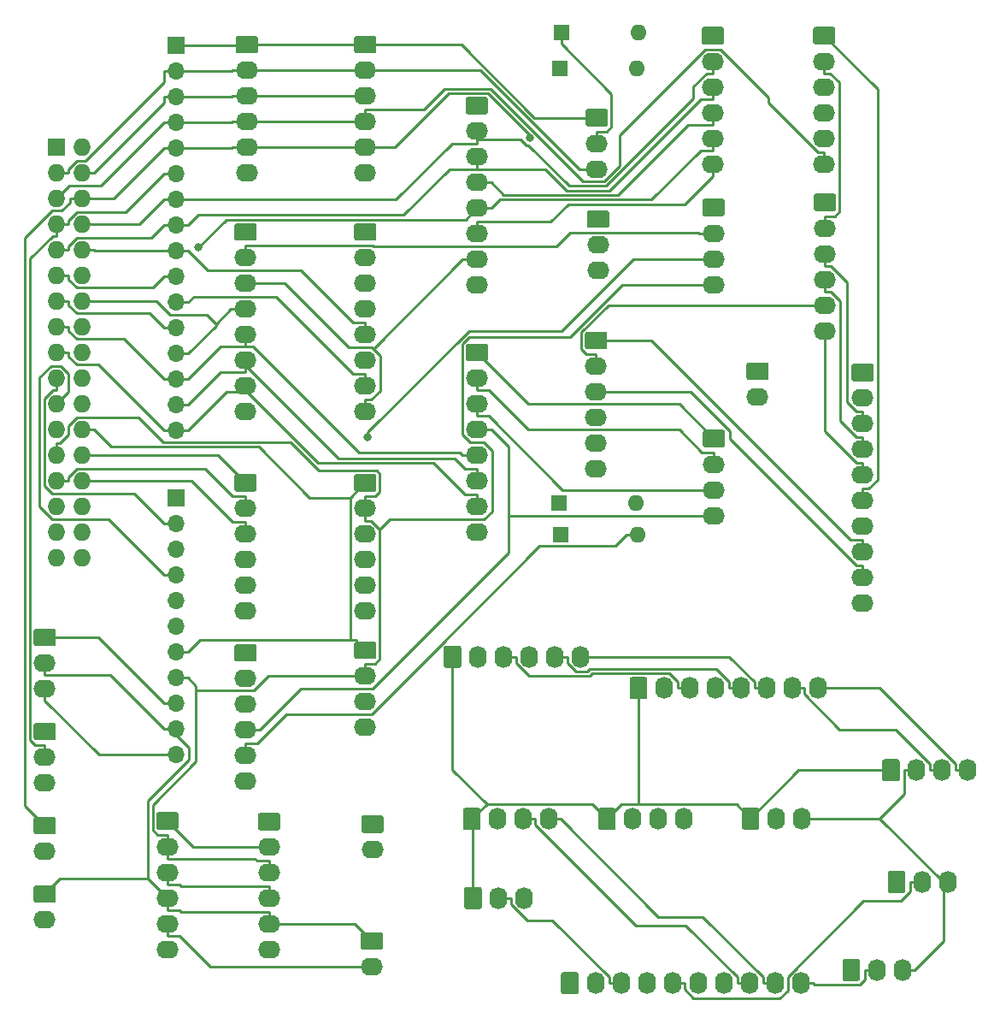
<source format=gbr>
G04 #@! TF.GenerationSoftware,KiCad,Pcbnew,(5.1.5-0-10_14)*
G04 #@! TF.CreationDate,2021-11-28T08:49:08+10:00*
G04 #@! TF.ProjectId,OH - UIP - Input Distribution,4f48202d-2055-4495-9020-2d20496e7075,rev?*
G04 #@! TF.SameCoordinates,Original*
G04 #@! TF.FileFunction,Copper,L1,Top*
G04 #@! TF.FilePolarity,Positive*
%FSLAX46Y46*%
G04 Gerber Fmt 4.6, Leading zero omitted, Abs format (unit mm)*
G04 Created by KiCad (PCBNEW (5.1.5-0-10_14)) date 2021-11-28 08:49:08*
%MOMM*%
%LPD*%
G04 APERTURE LIST*
%ADD10O,2.200000X1.740000*%
%ADD11C,0.100000*%
%ADD12O,1.740000X2.200000*%
%ADD13O,1.600000X1.600000*%
%ADD14R,1.600000X1.600000*%
%ADD15O,1.727200X1.727200*%
%ADD16R,1.727200X1.727200*%
%ADD17O,1.700000X1.700000*%
%ADD18R,1.700000X1.700000*%
%ADD19C,0.800000*%
%ADD20C,0.250000*%
G04 APERTURE END LIST*
D10*
X134810000Y-113009000D03*
X134810000Y-110469000D03*
G04 #@! TA.AperFunction,ComponentPad*
D11*
G36*
X135684505Y-107060204D02*
G01*
X135708773Y-107063804D01*
X135732572Y-107069765D01*
X135755671Y-107078030D01*
X135777850Y-107088520D01*
X135798893Y-107101132D01*
X135818599Y-107115747D01*
X135836777Y-107132223D01*
X135853253Y-107150401D01*
X135867868Y-107170107D01*
X135880480Y-107191150D01*
X135890970Y-107213329D01*
X135899235Y-107236428D01*
X135905196Y-107260227D01*
X135908796Y-107284495D01*
X135910000Y-107308999D01*
X135910000Y-108549001D01*
X135908796Y-108573505D01*
X135905196Y-108597773D01*
X135899235Y-108621572D01*
X135890970Y-108644671D01*
X135880480Y-108666850D01*
X135867868Y-108687893D01*
X135853253Y-108707599D01*
X135836777Y-108725777D01*
X135818599Y-108742253D01*
X135798893Y-108756868D01*
X135777850Y-108769480D01*
X135755671Y-108779970D01*
X135732572Y-108788235D01*
X135708773Y-108794196D01*
X135684505Y-108797796D01*
X135660001Y-108799000D01*
X133959999Y-108799000D01*
X133935495Y-108797796D01*
X133911227Y-108794196D01*
X133887428Y-108788235D01*
X133864329Y-108779970D01*
X133842150Y-108769480D01*
X133821107Y-108756868D01*
X133801401Y-108742253D01*
X133783223Y-108725777D01*
X133766747Y-108707599D01*
X133752132Y-108687893D01*
X133739520Y-108666850D01*
X133729030Y-108644671D01*
X133720765Y-108621572D01*
X133714804Y-108597773D01*
X133711204Y-108573505D01*
X133710000Y-108549001D01*
X133710000Y-107308999D01*
X133711204Y-107284495D01*
X133714804Y-107260227D01*
X133720765Y-107236428D01*
X133729030Y-107213329D01*
X133739520Y-107191150D01*
X133752132Y-107170107D01*
X133766747Y-107150401D01*
X133783223Y-107132223D01*
X133801401Y-107115747D01*
X133821107Y-107101132D01*
X133842150Y-107088520D01*
X133864329Y-107078030D01*
X133887428Y-107069765D01*
X133911227Y-107063804D01*
X133935495Y-107060204D01*
X133959999Y-107059000D01*
X135660001Y-107059000D01*
X135684505Y-107060204D01*
G37*
G04 #@! TD.AperFunction*
D10*
X134810000Y-103695500D03*
X134810000Y-101155500D03*
G04 #@! TA.AperFunction,ComponentPad*
D11*
G36*
X135684505Y-97746704D02*
G01*
X135708773Y-97750304D01*
X135732572Y-97756265D01*
X135755671Y-97764530D01*
X135777850Y-97775020D01*
X135798893Y-97787632D01*
X135818599Y-97802247D01*
X135836777Y-97818723D01*
X135853253Y-97836901D01*
X135867868Y-97856607D01*
X135880480Y-97877650D01*
X135890970Y-97899829D01*
X135899235Y-97922928D01*
X135905196Y-97946727D01*
X135908796Y-97970995D01*
X135910000Y-97995499D01*
X135910000Y-99235501D01*
X135908796Y-99260005D01*
X135905196Y-99284273D01*
X135899235Y-99308072D01*
X135890970Y-99331171D01*
X135880480Y-99353350D01*
X135867868Y-99374393D01*
X135853253Y-99394099D01*
X135836777Y-99412277D01*
X135818599Y-99428753D01*
X135798893Y-99443368D01*
X135777850Y-99455980D01*
X135755671Y-99466470D01*
X135732572Y-99474735D01*
X135708773Y-99480696D01*
X135684505Y-99484296D01*
X135660001Y-99485500D01*
X133959999Y-99485500D01*
X133935495Y-99484296D01*
X133911227Y-99480696D01*
X133887428Y-99474735D01*
X133864329Y-99466470D01*
X133842150Y-99455980D01*
X133821107Y-99443368D01*
X133801401Y-99428753D01*
X133783223Y-99412277D01*
X133766747Y-99394099D01*
X133752132Y-99374393D01*
X133739520Y-99353350D01*
X133729030Y-99331171D01*
X133720765Y-99308072D01*
X133714804Y-99284273D01*
X133711204Y-99260005D01*
X133710000Y-99235501D01*
X133710000Y-97995499D01*
X133711204Y-97970995D01*
X133714804Y-97946727D01*
X133720765Y-97922928D01*
X133729030Y-97899829D01*
X133739520Y-97877650D01*
X133752132Y-97856607D01*
X133766747Y-97836901D01*
X133783223Y-97818723D01*
X133801401Y-97802247D01*
X133821107Y-97787632D01*
X133842150Y-97775020D01*
X133864329Y-97764530D01*
X133887428Y-97756265D01*
X133911227Y-97750304D01*
X133935495Y-97746704D01*
X133959999Y-97745500D01*
X135660001Y-97745500D01*
X135684505Y-97746704D01*
G37*
G04 #@! TD.AperFunction*
D10*
X146939000Y-129476000D03*
X146939000Y-126936000D03*
X146939000Y-124396000D03*
X146939000Y-121856000D03*
X146939000Y-119316000D03*
G04 #@! TA.AperFunction,ComponentPad*
D11*
G36*
X147813505Y-115907204D02*
G01*
X147837773Y-115910804D01*
X147861572Y-115916765D01*
X147884671Y-115925030D01*
X147906850Y-115935520D01*
X147927893Y-115948132D01*
X147947599Y-115962747D01*
X147965777Y-115979223D01*
X147982253Y-115997401D01*
X147996868Y-116017107D01*
X148009480Y-116038150D01*
X148019970Y-116060329D01*
X148028235Y-116083428D01*
X148034196Y-116107227D01*
X148037796Y-116131495D01*
X148039000Y-116155999D01*
X148039000Y-117396001D01*
X148037796Y-117420505D01*
X148034196Y-117444773D01*
X148028235Y-117468572D01*
X148019970Y-117491671D01*
X148009480Y-117513850D01*
X147996868Y-117534893D01*
X147982253Y-117554599D01*
X147965777Y-117572777D01*
X147947599Y-117589253D01*
X147927893Y-117603868D01*
X147906850Y-117616480D01*
X147884671Y-117626970D01*
X147861572Y-117635235D01*
X147837773Y-117641196D01*
X147813505Y-117644796D01*
X147789001Y-117646000D01*
X146088999Y-117646000D01*
X146064495Y-117644796D01*
X146040227Y-117641196D01*
X146016428Y-117635235D01*
X145993329Y-117626970D01*
X145971150Y-117616480D01*
X145950107Y-117603868D01*
X145930401Y-117589253D01*
X145912223Y-117572777D01*
X145895747Y-117554599D01*
X145881132Y-117534893D01*
X145868520Y-117513850D01*
X145858030Y-117491671D01*
X145849765Y-117468572D01*
X145843804Y-117444773D01*
X145840204Y-117420505D01*
X145839000Y-117396001D01*
X145839000Y-116155999D01*
X145840204Y-116131495D01*
X145843804Y-116107227D01*
X145849765Y-116083428D01*
X145858030Y-116060329D01*
X145868520Y-116038150D01*
X145881132Y-116017107D01*
X145895747Y-115997401D01*
X145912223Y-115979223D01*
X145930401Y-115962747D01*
X145950107Y-115948132D01*
X145971150Y-115935520D01*
X145993329Y-115925030D01*
X146016428Y-115916765D01*
X146040227Y-115910804D01*
X146064495Y-115907204D01*
X146088999Y-115906000D01*
X147789001Y-115906000D01*
X147813505Y-115907204D01*
G37*
G04 #@! TD.AperFunction*
D12*
X219774000Y-131508000D03*
X217234000Y-131508000D03*
G04 #@! TA.AperFunction,ComponentPad*
D11*
G36*
X215338505Y-130409204D02*
G01*
X215362773Y-130412804D01*
X215386572Y-130418765D01*
X215409671Y-130427030D01*
X215431850Y-130437520D01*
X215452893Y-130450132D01*
X215472599Y-130464747D01*
X215490777Y-130481223D01*
X215507253Y-130499401D01*
X215521868Y-130519107D01*
X215534480Y-130540150D01*
X215544970Y-130562329D01*
X215553235Y-130585428D01*
X215559196Y-130609227D01*
X215562796Y-130633495D01*
X215564000Y-130657999D01*
X215564000Y-132358001D01*
X215562796Y-132382505D01*
X215559196Y-132406773D01*
X215553235Y-132430572D01*
X215544970Y-132453671D01*
X215534480Y-132475850D01*
X215521868Y-132496893D01*
X215507253Y-132516599D01*
X215490777Y-132534777D01*
X215472599Y-132551253D01*
X215452893Y-132565868D01*
X215431850Y-132578480D01*
X215409671Y-132588970D01*
X215386572Y-132597235D01*
X215362773Y-132603196D01*
X215338505Y-132606796D01*
X215314001Y-132608000D01*
X214073999Y-132608000D01*
X214049495Y-132606796D01*
X214025227Y-132603196D01*
X214001428Y-132597235D01*
X213978329Y-132588970D01*
X213956150Y-132578480D01*
X213935107Y-132565868D01*
X213915401Y-132551253D01*
X213897223Y-132534777D01*
X213880747Y-132516599D01*
X213866132Y-132496893D01*
X213853520Y-132475850D01*
X213843030Y-132453671D01*
X213834765Y-132430572D01*
X213828804Y-132406773D01*
X213825204Y-132382505D01*
X213824000Y-132358001D01*
X213824000Y-130657999D01*
X213825204Y-130633495D01*
X213828804Y-130609227D01*
X213834765Y-130585428D01*
X213843030Y-130562329D01*
X213853520Y-130540150D01*
X213866132Y-130519107D01*
X213880747Y-130499401D01*
X213897223Y-130481223D01*
X213915401Y-130464747D01*
X213935107Y-130450132D01*
X213956150Y-130437520D01*
X213978329Y-130427030D01*
X214001428Y-130418765D01*
X214025227Y-130412804D01*
X214049495Y-130409204D01*
X214073999Y-130408000D01*
X215314001Y-130408000D01*
X215338505Y-130409204D01*
G37*
G04 #@! TD.AperFunction*
D10*
X189611000Y-62293500D03*
X189611000Y-59753500D03*
G04 #@! TA.AperFunction,ComponentPad*
D11*
G36*
X190485505Y-56344704D02*
G01*
X190509773Y-56348304D01*
X190533572Y-56354265D01*
X190556671Y-56362530D01*
X190578850Y-56373020D01*
X190599893Y-56385632D01*
X190619599Y-56400247D01*
X190637777Y-56416723D01*
X190654253Y-56434901D01*
X190668868Y-56454607D01*
X190681480Y-56475650D01*
X190691970Y-56497829D01*
X190700235Y-56520928D01*
X190706196Y-56544727D01*
X190709796Y-56568995D01*
X190711000Y-56593499D01*
X190711000Y-57833501D01*
X190709796Y-57858005D01*
X190706196Y-57882273D01*
X190700235Y-57906072D01*
X190691970Y-57929171D01*
X190681480Y-57951350D01*
X190668868Y-57972393D01*
X190654253Y-57992099D01*
X190637777Y-58010277D01*
X190619599Y-58026753D01*
X190599893Y-58041368D01*
X190578850Y-58053980D01*
X190556671Y-58064470D01*
X190533572Y-58072735D01*
X190509773Y-58078696D01*
X190485505Y-58082296D01*
X190461001Y-58083500D01*
X188760999Y-58083500D01*
X188736495Y-58082296D01*
X188712227Y-58078696D01*
X188688428Y-58072735D01*
X188665329Y-58064470D01*
X188643150Y-58053980D01*
X188622107Y-58041368D01*
X188602401Y-58026753D01*
X188584223Y-58010277D01*
X188567747Y-57992099D01*
X188553132Y-57972393D01*
X188540520Y-57951350D01*
X188530030Y-57929171D01*
X188521765Y-57906072D01*
X188515804Y-57882273D01*
X188512204Y-57858005D01*
X188511000Y-57833501D01*
X188511000Y-56593499D01*
X188512204Y-56568995D01*
X188515804Y-56544727D01*
X188521765Y-56520928D01*
X188530030Y-56497829D01*
X188540520Y-56475650D01*
X188553132Y-56454607D01*
X188567747Y-56434901D01*
X188584223Y-56416723D01*
X188602401Y-56400247D01*
X188622107Y-56385632D01*
X188643150Y-56373020D01*
X188665329Y-56362530D01*
X188688428Y-56354265D01*
X188712227Y-56348304D01*
X188736495Y-56344704D01*
X188760999Y-56343500D01*
X190461001Y-56343500D01*
X190485505Y-56344704D01*
G37*
G04 #@! TD.AperFunction*
D12*
X209677000Y-132842000D03*
X207137000Y-132842000D03*
X204597000Y-132842000D03*
X202057000Y-132842000D03*
X199517000Y-132842000D03*
X196977000Y-132842000D03*
X194437000Y-132842000D03*
X191897000Y-132842000D03*
X189357000Y-132842000D03*
G04 #@! TA.AperFunction,ComponentPad*
D11*
G36*
X187461505Y-131743204D02*
G01*
X187485773Y-131746804D01*
X187509572Y-131752765D01*
X187532671Y-131761030D01*
X187554850Y-131771520D01*
X187575893Y-131784132D01*
X187595599Y-131798747D01*
X187613777Y-131815223D01*
X187630253Y-131833401D01*
X187644868Y-131853107D01*
X187657480Y-131874150D01*
X187667970Y-131896329D01*
X187676235Y-131919428D01*
X187682196Y-131943227D01*
X187685796Y-131967495D01*
X187687000Y-131991999D01*
X187687000Y-133692001D01*
X187685796Y-133716505D01*
X187682196Y-133740773D01*
X187676235Y-133764572D01*
X187667970Y-133787671D01*
X187657480Y-133809850D01*
X187644868Y-133830893D01*
X187630253Y-133850599D01*
X187613777Y-133868777D01*
X187595599Y-133885253D01*
X187575893Y-133899868D01*
X187554850Y-133912480D01*
X187532671Y-133922970D01*
X187509572Y-133931235D01*
X187485773Y-133937196D01*
X187461505Y-133940796D01*
X187437001Y-133942000D01*
X186196999Y-133942000D01*
X186172495Y-133940796D01*
X186148227Y-133937196D01*
X186124428Y-133931235D01*
X186101329Y-133922970D01*
X186079150Y-133912480D01*
X186058107Y-133899868D01*
X186038401Y-133885253D01*
X186020223Y-133868777D01*
X186003747Y-133850599D01*
X185989132Y-133830893D01*
X185976520Y-133809850D01*
X185966030Y-133787671D01*
X185957765Y-133764572D01*
X185951804Y-133740773D01*
X185948204Y-133716505D01*
X185947000Y-133692001D01*
X185947000Y-131991999D01*
X185948204Y-131967495D01*
X185951804Y-131943227D01*
X185957765Y-131919428D01*
X185966030Y-131896329D01*
X185976520Y-131874150D01*
X185989132Y-131853107D01*
X186003747Y-131833401D01*
X186020223Y-131815223D01*
X186038401Y-131798747D01*
X186058107Y-131784132D01*
X186079150Y-131771520D01*
X186101329Y-131761030D01*
X186124428Y-131752765D01*
X186148227Y-131746804D01*
X186172495Y-131743204D01*
X186196999Y-131742000D01*
X187437001Y-131742000D01*
X187461505Y-131743204D01*
G37*
G04 #@! TD.AperFunction*
D12*
X184722000Y-116586000D03*
X182182000Y-116586000D03*
X179642000Y-116586000D03*
G04 #@! TA.AperFunction,ComponentPad*
D11*
G36*
X177746505Y-115487204D02*
G01*
X177770773Y-115490804D01*
X177794572Y-115496765D01*
X177817671Y-115505030D01*
X177839850Y-115515520D01*
X177860893Y-115528132D01*
X177880599Y-115542747D01*
X177898777Y-115559223D01*
X177915253Y-115577401D01*
X177929868Y-115597107D01*
X177942480Y-115618150D01*
X177952970Y-115640329D01*
X177961235Y-115663428D01*
X177967196Y-115687227D01*
X177970796Y-115711495D01*
X177972000Y-115735999D01*
X177972000Y-117436001D01*
X177970796Y-117460505D01*
X177967196Y-117484773D01*
X177961235Y-117508572D01*
X177952970Y-117531671D01*
X177942480Y-117553850D01*
X177929868Y-117574893D01*
X177915253Y-117594599D01*
X177898777Y-117612777D01*
X177880599Y-117629253D01*
X177860893Y-117643868D01*
X177839850Y-117656480D01*
X177817671Y-117666970D01*
X177794572Y-117675235D01*
X177770773Y-117681196D01*
X177746505Y-117684796D01*
X177722001Y-117686000D01*
X176481999Y-117686000D01*
X176457495Y-117684796D01*
X176433227Y-117681196D01*
X176409428Y-117675235D01*
X176386329Y-117666970D01*
X176364150Y-117656480D01*
X176343107Y-117643868D01*
X176323401Y-117629253D01*
X176305223Y-117612777D01*
X176288747Y-117594599D01*
X176274132Y-117574893D01*
X176261520Y-117553850D01*
X176251030Y-117531671D01*
X176242765Y-117508572D01*
X176236804Y-117484773D01*
X176233204Y-117460505D01*
X176232000Y-117436001D01*
X176232000Y-115735999D01*
X176233204Y-115711495D01*
X176236804Y-115687227D01*
X176242765Y-115663428D01*
X176251030Y-115640329D01*
X176261520Y-115618150D01*
X176274132Y-115597107D01*
X176288747Y-115577401D01*
X176305223Y-115559223D01*
X176323401Y-115542747D01*
X176343107Y-115528132D01*
X176364150Y-115515520D01*
X176386329Y-115505030D01*
X176409428Y-115496765D01*
X176433227Y-115490804D01*
X176457495Y-115487204D01*
X176481999Y-115486000D01*
X177722001Y-115486000D01*
X177746505Y-115487204D01*
G37*
G04 #@! TD.AperFunction*
D10*
X189484000Y-52260500D03*
X189484000Y-49720500D03*
G04 #@! TA.AperFunction,ComponentPad*
D11*
G36*
X190358505Y-46311704D02*
G01*
X190382773Y-46315304D01*
X190406572Y-46321265D01*
X190429671Y-46329530D01*
X190451850Y-46340020D01*
X190472893Y-46352632D01*
X190492599Y-46367247D01*
X190510777Y-46383723D01*
X190527253Y-46401901D01*
X190541868Y-46421607D01*
X190554480Y-46442650D01*
X190564970Y-46464829D01*
X190573235Y-46487928D01*
X190579196Y-46511727D01*
X190582796Y-46535995D01*
X190584000Y-46560499D01*
X190584000Y-47800501D01*
X190582796Y-47825005D01*
X190579196Y-47849273D01*
X190573235Y-47873072D01*
X190564970Y-47896171D01*
X190554480Y-47918350D01*
X190541868Y-47939393D01*
X190527253Y-47959099D01*
X190510777Y-47977277D01*
X190492599Y-47993753D01*
X190472893Y-48008368D01*
X190451850Y-48020980D01*
X190429671Y-48031470D01*
X190406572Y-48039735D01*
X190382773Y-48045696D01*
X190358505Y-48049296D01*
X190334001Y-48050500D01*
X188633999Y-48050500D01*
X188609495Y-48049296D01*
X188585227Y-48045696D01*
X188561428Y-48039735D01*
X188538329Y-48031470D01*
X188516150Y-48020980D01*
X188495107Y-48008368D01*
X188475401Y-47993753D01*
X188457223Y-47977277D01*
X188440747Y-47959099D01*
X188426132Y-47939393D01*
X188413520Y-47918350D01*
X188403030Y-47896171D01*
X188394765Y-47873072D01*
X188388804Y-47849273D01*
X188385204Y-47825005D01*
X188384000Y-47800501D01*
X188384000Y-46560499D01*
X188385204Y-46535995D01*
X188388804Y-46511727D01*
X188394765Y-46487928D01*
X188403030Y-46464829D01*
X188413520Y-46442650D01*
X188426132Y-46421607D01*
X188440747Y-46401901D01*
X188457223Y-46383723D01*
X188475401Y-46367247D01*
X188495107Y-46352632D01*
X188516150Y-46340020D01*
X188538329Y-46329530D01*
X188561428Y-46321265D01*
X188585227Y-46315304D01*
X188609495Y-46311704D01*
X188633999Y-46310500D01*
X190334001Y-46310500D01*
X190358505Y-46311704D01*
G37*
G04 #@! TD.AperFunction*
D12*
X198120000Y-116586000D03*
X195580000Y-116586000D03*
X193040000Y-116586000D03*
G04 #@! TA.AperFunction,ComponentPad*
D11*
G36*
X191144505Y-115487204D02*
G01*
X191168773Y-115490804D01*
X191192572Y-115496765D01*
X191215671Y-115505030D01*
X191237850Y-115515520D01*
X191258893Y-115528132D01*
X191278599Y-115542747D01*
X191296777Y-115559223D01*
X191313253Y-115577401D01*
X191327868Y-115597107D01*
X191340480Y-115618150D01*
X191350970Y-115640329D01*
X191359235Y-115663428D01*
X191365196Y-115687227D01*
X191368796Y-115711495D01*
X191370000Y-115735999D01*
X191370000Y-117436001D01*
X191368796Y-117460505D01*
X191365196Y-117484773D01*
X191359235Y-117508572D01*
X191350970Y-117531671D01*
X191340480Y-117553850D01*
X191327868Y-117574893D01*
X191313253Y-117594599D01*
X191296777Y-117612777D01*
X191278599Y-117629253D01*
X191258893Y-117643868D01*
X191237850Y-117656480D01*
X191215671Y-117666970D01*
X191192572Y-117675235D01*
X191168773Y-117681196D01*
X191144505Y-117684796D01*
X191120001Y-117686000D01*
X189879999Y-117686000D01*
X189855495Y-117684796D01*
X189831227Y-117681196D01*
X189807428Y-117675235D01*
X189784329Y-117666970D01*
X189762150Y-117656480D01*
X189741107Y-117643868D01*
X189721401Y-117629253D01*
X189703223Y-117612777D01*
X189686747Y-117594599D01*
X189672132Y-117574893D01*
X189659520Y-117553850D01*
X189649030Y-117531671D01*
X189640765Y-117508572D01*
X189634804Y-117484773D01*
X189631204Y-117460505D01*
X189630000Y-117436001D01*
X189630000Y-115735999D01*
X189631204Y-115711495D01*
X189634804Y-115687227D01*
X189640765Y-115663428D01*
X189649030Y-115640329D01*
X189659520Y-115618150D01*
X189672132Y-115597107D01*
X189686747Y-115577401D01*
X189703223Y-115559223D01*
X189721401Y-115542747D01*
X189741107Y-115528132D01*
X189762150Y-115515520D01*
X189784329Y-115505030D01*
X189807428Y-115496765D01*
X189831227Y-115490804D01*
X189855495Y-115487204D01*
X189879999Y-115486000D01*
X191120001Y-115486000D01*
X191144505Y-115487204D01*
G37*
G04 #@! TD.AperFunction*
D13*
X193484000Y-42291000D03*
D14*
X185864000Y-42291000D03*
D13*
X193612000Y-38735000D03*
D14*
X185992000Y-38735000D03*
D10*
X189420000Y-81915000D03*
X189420000Y-79375000D03*
X189420000Y-76835000D03*
X189420000Y-74295000D03*
X189420000Y-71755000D03*
G04 #@! TA.AperFunction,ComponentPad*
D11*
G36*
X190294505Y-68346204D02*
G01*
X190318773Y-68349804D01*
X190342572Y-68355765D01*
X190365671Y-68364030D01*
X190387850Y-68374520D01*
X190408893Y-68387132D01*
X190428599Y-68401747D01*
X190446777Y-68418223D01*
X190463253Y-68436401D01*
X190477868Y-68456107D01*
X190490480Y-68477150D01*
X190500970Y-68499329D01*
X190509235Y-68522428D01*
X190515196Y-68546227D01*
X190518796Y-68570495D01*
X190520000Y-68594999D01*
X190520000Y-69835001D01*
X190518796Y-69859505D01*
X190515196Y-69883773D01*
X190509235Y-69907572D01*
X190500970Y-69930671D01*
X190490480Y-69952850D01*
X190477868Y-69973893D01*
X190463253Y-69993599D01*
X190446777Y-70011777D01*
X190428599Y-70028253D01*
X190408893Y-70042868D01*
X190387850Y-70055480D01*
X190365671Y-70065970D01*
X190342572Y-70074235D01*
X190318773Y-70080196D01*
X190294505Y-70083796D01*
X190270001Y-70085000D01*
X188569999Y-70085000D01*
X188545495Y-70083796D01*
X188521227Y-70080196D01*
X188497428Y-70074235D01*
X188474329Y-70065970D01*
X188452150Y-70055480D01*
X188431107Y-70042868D01*
X188411401Y-70028253D01*
X188393223Y-70011777D01*
X188376747Y-69993599D01*
X188362132Y-69973893D01*
X188349520Y-69952850D01*
X188339030Y-69930671D01*
X188330765Y-69907572D01*
X188324804Y-69883773D01*
X188321204Y-69859505D01*
X188320000Y-69835001D01*
X188320000Y-68594999D01*
X188321204Y-68570495D01*
X188324804Y-68546227D01*
X188330765Y-68522428D01*
X188339030Y-68499329D01*
X188349520Y-68477150D01*
X188362132Y-68456107D01*
X188376747Y-68436401D01*
X188393223Y-68418223D01*
X188411401Y-68401747D01*
X188431107Y-68387132D01*
X188452150Y-68374520D01*
X188474329Y-68364030D01*
X188497428Y-68355765D01*
X188521227Y-68349804D01*
X188545495Y-68346204D01*
X188569999Y-68345000D01*
X190270001Y-68345000D01*
X190294505Y-68346204D01*
G37*
G04 #@! TD.AperFunction*
D10*
X212026000Y-51752500D03*
X212026000Y-49212500D03*
X212026000Y-46672500D03*
X212026000Y-44132500D03*
X212026000Y-41592500D03*
G04 #@! TA.AperFunction,ComponentPad*
D11*
G36*
X212900505Y-38183704D02*
G01*
X212924773Y-38187304D01*
X212948572Y-38193265D01*
X212971671Y-38201530D01*
X212993850Y-38212020D01*
X213014893Y-38224632D01*
X213034599Y-38239247D01*
X213052777Y-38255723D01*
X213069253Y-38273901D01*
X213083868Y-38293607D01*
X213096480Y-38314650D01*
X213106970Y-38336829D01*
X213115235Y-38359928D01*
X213121196Y-38383727D01*
X213124796Y-38407995D01*
X213126000Y-38432499D01*
X213126000Y-39672501D01*
X213124796Y-39697005D01*
X213121196Y-39721273D01*
X213115235Y-39745072D01*
X213106970Y-39768171D01*
X213096480Y-39790350D01*
X213083868Y-39811393D01*
X213069253Y-39831099D01*
X213052777Y-39849277D01*
X213034599Y-39865753D01*
X213014893Y-39880368D01*
X212993850Y-39892980D01*
X212971671Y-39903470D01*
X212948572Y-39911735D01*
X212924773Y-39917696D01*
X212900505Y-39921296D01*
X212876001Y-39922500D01*
X211175999Y-39922500D01*
X211151495Y-39921296D01*
X211127227Y-39917696D01*
X211103428Y-39911735D01*
X211080329Y-39903470D01*
X211058150Y-39892980D01*
X211037107Y-39880368D01*
X211017401Y-39865753D01*
X210999223Y-39849277D01*
X210982747Y-39831099D01*
X210968132Y-39811393D01*
X210955520Y-39790350D01*
X210945030Y-39768171D01*
X210936765Y-39745072D01*
X210930804Y-39721273D01*
X210927204Y-39697005D01*
X210926000Y-39672501D01*
X210926000Y-38432499D01*
X210927204Y-38407995D01*
X210930804Y-38383727D01*
X210936765Y-38359928D01*
X210945030Y-38336829D01*
X210955520Y-38314650D01*
X210968132Y-38293607D01*
X210982747Y-38273901D01*
X210999223Y-38255723D01*
X211017401Y-38239247D01*
X211037107Y-38224632D01*
X211058150Y-38212020D01*
X211080329Y-38201530D01*
X211103428Y-38193265D01*
X211127227Y-38187304D01*
X211151495Y-38183704D01*
X211175999Y-38182500D01*
X212876001Y-38182500D01*
X212900505Y-38183704D01*
G37*
G04 #@! TD.AperFunction*
D10*
X212090000Y-68262500D03*
X212090000Y-65722500D03*
X212090000Y-63182500D03*
X212090000Y-60642500D03*
X212090000Y-58102500D03*
G04 #@! TA.AperFunction,ComponentPad*
D11*
G36*
X212964505Y-54693704D02*
G01*
X212988773Y-54697304D01*
X213012572Y-54703265D01*
X213035671Y-54711530D01*
X213057850Y-54722020D01*
X213078893Y-54734632D01*
X213098599Y-54749247D01*
X213116777Y-54765723D01*
X213133253Y-54783901D01*
X213147868Y-54803607D01*
X213160480Y-54824650D01*
X213170970Y-54846829D01*
X213179235Y-54869928D01*
X213185196Y-54893727D01*
X213188796Y-54917995D01*
X213190000Y-54942499D01*
X213190000Y-56182501D01*
X213188796Y-56207005D01*
X213185196Y-56231273D01*
X213179235Y-56255072D01*
X213170970Y-56278171D01*
X213160480Y-56300350D01*
X213147868Y-56321393D01*
X213133253Y-56341099D01*
X213116777Y-56359277D01*
X213098599Y-56375753D01*
X213078893Y-56390368D01*
X213057850Y-56402980D01*
X213035671Y-56413470D01*
X213012572Y-56421735D01*
X212988773Y-56427696D01*
X212964505Y-56431296D01*
X212940001Y-56432500D01*
X211239999Y-56432500D01*
X211215495Y-56431296D01*
X211191227Y-56427696D01*
X211167428Y-56421735D01*
X211144329Y-56413470D01*
X211122150Y-56402980D01*
X211101107Y-56390368D01*
X211081401Y-56375753D01*
X211063223Y-56359277D01*
X211046747Y-56341099D01*
X211032132Y-56321393D01*
X211019520Y-56300350D01*
X211009030Y-56278171D01*
X211000765Y-56255072D01*
X210994804Y-56231273D01*
X210991204Y-56207005D01*
X210990000Y-56182501D01*
X210990000Y-54942499D01*
X210991204Y-54917995D01*
X210994804Y-54893727D01*
X211000765Y-54869928D01*
X211009030Y-54846829D01*
X211019520Y-54824650D01*
X211032132Y-54803607D01*
X211046747Y-54783901D01*
X211063223Y-54765723D01*
X211081401Y-54749247D01*
X211101107Y-54734632D01*
X211122150Y-54722020D01*
X211144329Y-54711530D01*
X211167428Y-54703265D01*
X211191227Y-54697304D01*
X211215495Y-54693704D01*
X211239999Y-54692500D01*
X212940001Y-54692500D01*
X212964505Y-54693704D01*
G37*
G04 #@! TD.AperFunction*
D10*
X215836000Y-95250000D03*
X215836000Y-92710000D03*
X215836000Y-90170000D03*
X215836000Y-87630000D03*
X215836000Y-85090000D03*
X215836000Y-82550000D03*
X215836000Y-80010000D03*
X215836000Y-77470000D03*
X215836000Y-74930000D03*
G04 #@! TA.AperFunction,ComponentPad*
D11*
G36*
X216710505Y-71521204D02*
G01*
X216734773Y-71524804D01*
X216758572Y-71530765D01*
X216781671Y-71539030D01*
X216803850Y-71549520D01*
X216824893Y-71562132D01*
X216844599Y-71576747D01*
X216862777Y-71593223D01*
X216879253Y-71611401D01*
X216893868Y-71631107D01*
X216906480Y-71652150D01*
X216916970Y-71674329D01*
X216925235Y-71697428D01*
X216931196Y-71721227D01*
X216934796Y-71745495D01*
X216936000Y-71769999D01*
X216936000Y-73010001D01*
X216934796Y-73034505D01*
X216931196Y-73058773D01*
X216925235Y-73082572D01*
X216916970Y-73105671D01*
X216906480Y-73127850D01*
X216893868Y-73148893D01*
X216879253Y-73168599D01*
X216862777Y-73186777D01*
X216844599Y-73203253D01*
X216824893Y-73217868D01*
X216803850Y-73230480D01*
X216781671Y-73240970D01*
X216758572Y-73249235D01*
X216734773Y-73255196D01*
X216710505Y-73258796D01*
X216686001Y-73260000D01*
X214985999Y-73260000D01*
X214961495Y-73258796D01*
X214937227Y-73255196D01*
X214913428Y-73249235D01*
X214890329Y-73240970D01*
X214868150Y-73230480D01*
X214847107Y-73217868D01*
X214827401Y-73203253D01*
X214809223Y-73186777D01*
X214792747Y-73168599D01*
X214778132Y-73148893D01*
X214765520Y-73127850D01*
X214755030Y-73105671D01*
X214746765Y-73082572D01*
X214740804Y-73058773D01*
X214737204Y-73034505D01*
X214736000Y-73010001D01*
X214736000Y-71769999D01*
X214737204Y-71745495D01*
X214740804Y-71721227D01*
X214746765Y-71697428D01*
X214755030Y-71674329D01*
X214765520Y-71652150D01*
X214778132Y-71631107D01*
X214792747Y-71611401D01*
X214809223Y-71593223D01*
X214827401Y-71576747D01*
X214847107Y-71562132D01*
X214868150Y-71549520D01*
X214890329Y-71539030D01*
X214913428Y-71530765D01*
X214937227Y-71524804D01*
X214961495Y-71521204D01*
X214985999Y-71520000D01*
X216686001Y-71520000D01*
X216710505Y-71521204D01*
G37*
G04 #@! TD.AperFunction*
D13*
X193358000Y-85344000D03*
D14*
X185738000Y-85344000D03*
D13*
X193548000Y-88455500D03*
D14*
X185928000Y-88455500D03*
D12*
X226250000Y-111760000D03*
X223710000Y-111760000D03*
X221170000Y-111760000D03*
G04 #@! TA.AperFunction,ComponentPad*
D11*
G36*
X219274505Y-110661204D02*
G01*
X219298773Y-110664804D01*
X219322572Y-110670765D01*
X219345671Y-110679030D01*
X219367850Y-110689520D01*
X219388893Y-110702132D01*
X219408599Y-110716747D01*
X219426777Y-110733223D01*
X219443253Y-110751401D01*
X219457868Y-110771107D01*
X219470480Y-110792150D01*
X219480970Y-110814329D01*
X219489235Y-110837428D01*
X219495196Y-110861227D01*
X219498796Y-110885495D01*
X219500000Y-110909999D01*
X219500000Y-112610001D01*
X219498796Y-112634505D01*
X219495196Y-112658773D01*
X219489235Y-112682572D01*
X219480970Y-112705671D01*
X219470480Y-112727850D01*
X219457868Y-112748893D01*
X219443253Y-112768599D01*
X219426777Y-112786777D01*
X219408599Y-112803253D01*
X219388893Y-112817868D01*
X219367850Y-112830480D01*
X219345671Y-112840970D01*
X219322572Y-112849235D01*
X219298773Y-112855196D01*
X219274505Y-112858796D01*
X219250001Y-112860000D01*
X218009999Y-112860000D01*
X217985495Y-112858796D01*
X217961227Y-112855196D01*
X217937428Y-112849235D01*
X217914329Y-112840970D01*
X217892150Y-112830480D01*
X217871107Y-112817868D01*
X217851401Y-112803253D01*
X217833223Y-112786777D01*
X217816747Y-112768599D01*
X217802132Y-112748893D01*
X217789520Y-112727850D01*
X217779030Y-112705671D01*
X217770765Y-112682572D01*
X217764804Y-112658773D01*
X217761204Y-112634505D01*
X217760000Y-112610001D01*
X217760000Y-110909999D01*
X217761204Y-110885495D01*
X217764804Y-110861227D01*
X217770765Y-110837428D01*
X217779030Y-110814329D01*
X217789520Y-110792150D01*
X217802132Y-110771107D01*
X217816747Y-110751401D01*
X217833223Y-110733223D01*
X217851401Y-110716747D01*
X217871107Y-110702132D01*
X217892150Y-110689520D01*
X217914329Y-110679030D01*
X217937428Y-110670765D01*
X217961227Y-110664804D01*
X217985495Y-110661204D01*
X218009999Y-110660000D01*
X219250001Y-110660000D01*
X219274505Y-110661204D01*
G37*
G04 #@! TD.AperFunction*
D12*
X187896000Y-100520000D03*
X185356000Y-100520000D03*
X182816000Y-100520000D03*
X180276000Y-100520000D03*
X177736000Y-100520000D03*
G04 #@! TA.AperFunction,ComponentPad*
D11*
G36*
X175840505Y-99421204D02*
G01*
X175864773Y-99424804D01*
X175888572Y-99430765D01*
X175911671Y-99439030D01*
X175933850Y-99449520D01*
X175954893Y-99462132D01*
X175974599Y-99476747D01*
X175992777Y-99493223D01*
X176009253Y-99511401D01*
X176023868Y-99531107D01*
X176036480Y-99552150D01*
X176046970Y-99574329D01*
X176055235Y-99597428D01*
X176061196Y-99621227D01*
X176064796Y-99645495D01*
X176066000Y-99669999D01*
X176066000Y-101370001D01*
X176064796Y-101394505D01*
X176061196Y-101418773D01*
X176055235Y-101442572D01*
X176046970Y-101465671D01*
X176036480Y-101487850D01*
X176023868Y-101508893D01*
X176009253Y-101528599D01*
X175992777Y-101546777D01*
X175974599Y-101563253D01*
X175954893Y-101577868D01*
X175933850Y-101590480D01*
X175911671Y-101600970D01*
X175888572Y-101609235D01*
X175864773Y-101615196D01*
X175840505Y-101618796D01*
X175816001Y-101620000D01*
X174575999Y-101620000D01*
X174551495Y-101618796D01*
X174527227Y-101615196D01*
X174503428Y-101609235D01*
X174480329Y-101600970D01*
X174458150Y-101590480D01*
X174437107Y-101577868D01*
X174417401Y-101563253D01*
X174399223Y-101546777D01*
X174382747Y-101528599D01*
X174368132Y-101508893D01*
X174355520Y-101487850D01*
X174345030Y-101465671D01*
X174336765Y-101442572D01*
X174330804Y-101418773D01*
X174327204Y-101394505D01*
X174326000Y-101370001D01*
X174326000Y-99669999D01*
X174327204Y-99645495D01*
X174330804Y-99621227D01*
X174336765Y-99597428D01*
X174345030Y-99574329D01*
X174355520Y-99552150D01*
X174368132Y-99531107D01*
X174382747Y-99511401D01*
X174399223Y-99493223D01*
X174417401Y-99476747D01*
X174437107Y-99462132D01*
X174458150Y-99449520D01*
X174480329Y-99439030D01*
X174503428Y-99430765D01*
X174527227Y-99424804D01*
X174551495Y-99421204D01*
X174575999Y-99420000D01*
X175816001Y-99420000D01*
X175840505Y-99421204D01*
G37*
G04 #@! TD.AperFunction*
D12*
X224282000Y-122809000D03*
X221742000Y-122809000D03*
G04 #@! TA.AperFunction,ComponentPad*
D11*
G36*
X219846505Y-121710204D02*
G01*
X219870773Y-121713804D01*
X219894572Y-121719765D01*
X219917671Y-121728030D01*
X219939850Y-121738520D01*
X219960893Y-121751132D01*
X219980599Y-121765747D01*
X219998777Y-121782223D01*
X220015253Y-121800401D01*
X220029868Y-121820107D01*
X220042480Y-121841150D01*
X220052970Y-121863329D01*
X220061235Y-121886428D01*
X220067196Y-121910227D01*
X220070796Y-121934495D01*
X220072000Y-121958999D01*
X220072000Y-123659001D01*
X220070796Y-123683505D01*
X220067196Y-123707773D01*
X220061235Y-123731572D01*
X220052970Y-123754671D01*
X220042480Y-123776850D01*
X220029868Y-123797893D01*
X220015253Y-123817599D01*
X219998777Y-123835777D01*
X219980599Y-123852253D01*
X219960893Y-123866868D01*
X219939850Y-123879480D01*
X219917671Y-123889970D01*
X219894572Y-123898235D01*
X219870773Y-123904196D01*
X219846505Y-123907796D01*
X219822001Y-123909000D01*
X218581999Y-123909000D01*
X218557495Y-123907796D01*
X218533227Y-123904196D01*
X218509428Y-123898235D01*
X218486329Y-123889970D01*
X218464150Y-123879480D01*
X218443107Y-123866868D01*
X218423401Y-123852253D01*
X218405223Y-123835777D01*
X218388747Y-123817599D01*
X218374132Y-123797893D01*
X218361520Y-123776850D01*
X218351030Y-123754671D01*
X218342765Y-123731572D01*
X218336804Y-123707773D01*
X218333204Y-123683505D01*
X218332000Y-123659001D01*
X218332000Y-121958999D01*
X218333204Y-121934495D01*
X218336804Y-121910227D01*
X218342765Y-121886428D01*
X218351030Y-121863329D01*
X218361520Y-121841150D01*
X218374132Y-121820107D01*
X218388747Y-121800401D01*
X218405223Y-121782223D01*
X218423401Y-121765747D01*
X218443107Y-121751132D01*
X218464150Y-121738520D01*
X218486329Y-121728030D01*
X218509428Y-121719765D01*
X218533227Y-121713804D01*
X218557495Y-121710204D01*
X218581999Y-121709000D01*
X219822001Y-121709000D01*
X219846505Y-121710204D01*
G37*
G04 #@! TD.AperFunction*
D12*
X182308000Y-124396000D03*
X179768000Y-124396000D03*
G04 #@! TA.AperFunction,ComponentPad*
D11*
G36*
X177872505Y-123297204D02*
G01*
X177896773Y-123300804D01*
X177920572Y-123306765D01*
X177943671Y-123315030D01*
X177965850Y-123325520D01*
X177986893Y-123338132D01*
X178006599Y-123352747D01*
X178024777Y-123369223D01*
X178041253Y-123387401D01*
X178055868Y-123407107D01*
X178068480Y-123428150D01*
X178078970Y-123450329D01*
X178087235Y-123473428D01*
X178093196Y-123497227D01*
X178096796Y-123521495D01*
X178098000Y-123545999D01*
X178098000Y-125246001D01*
X178096796Y-125270505D01*
X178093196Y-125294773D01*
X178087235Y-125318572D01*
X178078970Y-125341671D01*
X178068480Y-125363850D01*
X178055868Y-125384893D01*
X178041253Y-125404599D01*
X178024777Y-125422777D01*
X178006599Y-125439253D01*
X177986893Y-125453868D01*
X177965850Y-125466480D01*
X177943671Y-125476970D01*
X177920572Y-125485235D01*
X177896773Y-125491196D01*
X177872505Y-125494796D01*
X177848001Y-125496000D01*
X176607999Y-125496000D01*
X176583495Y-125494796D01*
X176559227Y-125491196D01*
X176535428Y-125485235D01*
X176512329Y-125476970D01*
X176490150Y-125466480D01*
X176469107Y-125453868D01*
X176449401Y-125439253D01*
X176431223Y-125422777D01*
X176414747Y-125404599D01*
X176400132Y-125384893D01*
X176387520Y-125363850D01*
X176377030Y-125341671D01*
X176368765Y-125318572D01*
X176362804Y-125294773D01*
X176359204Y-125270505D01*
X176358000Y-125246001D01*
X176358000Y-123545999D01*
X176359204Y-123521495D01*
X176362804Y-123497227D01*
X176368765Y-123473428D01*
X176377030Y-123450329D01*
X176387520Y-123428150D01*
X176400132Y-123407107D01*
X176414747Y-123387401D01*
X176431223Y-123369223D01*
X176449401Y-123352747D01*
X176469107Y-123338132D01*
X176490150Y-123325520D01*
X176512329Y-123315030D01*
X176535428Y-123306765D01*
X176559227Y-123300804D01*
X176583495Y-123297204D01*
X176607999Y-123296000D01*
X177848001Y-123296000D01*
X177872505Y-123297204D01*
G37*
G04 #@! TD.AperFunction*
D12*
X209804000Y-116522000D03*
X207264000Y-116522000D03*
G04 #@! TA.AperFunction,ComponentPad*
D11*
G36*
X205368505Y-115423204D02*
G01*
X205392773Y-115426804D01*
X205416572Y-115432765D01*
X205439671Y-115441030D01*
X205461850Y-115451520D01*
X205482893Y-115464132D01*
X205502599Y-115478747D01*
X205520777Y-115495223D01*
X205537253Y-115513401D01*
X205551868Y-115533107D01*
X205564480Y-115554150D01*
X205574970Y-115576329D01*
X205583235Y-115599428D01*
X205589196Y-115623227D01*
X205592796Y-115647495D01*
X205594000Y-115671999D01*
X205594000Y-117372001D01*
X205592796Y-117396505D01*
X205589196Y-117420773D01*
X205583235Y-117444572D01*
X205574970Y-117467671D01*
X205564480Y-117489850D01*
X205551868Y-117510893D01*
X205537253Y-117530599D01*
X205520777Y-117548777D01*
X205502599Y-117565253D01*
X205482893Y-117579868D01*
X205461850Y-117592480D01*
X205439671Y-117602970D01*
X205416572Y-117611235D01*
X205392773Y-117617196D01*
X205368505Y-117620796D01*
X205344001Y-117622000D01*
X204103999Y-117622000D01*
X204079495Y-117620796D01*
X204055227Y-117617196D01*
X204031428Y-117611235D01*
X204008329Y-117602970D01*
X203986150Y-117592480D01*
X203965107Y-117579868D01*
X203945401Y-117565253D01*
X203927223Y-117548777D01*
X203910747Y-117530599D01*
X203896132Y-117510893D01*
X203883520Y-117489850D01*
X203873030Y-117467671D01*
X203864765Y-117444572D01*
X203858804Y-117420773D01*
X203855204Y-117396505D01*
X203854000Y-117372001D01*
X203854000Y-115671999D01*
X203855204Y-115647495D01*
X203858804Y-115623227D01*
X203864765Y-115599428D01*
X203873030Y-115576329D01*
X203883520Y-115554150D01*
X203896132Y-115533107D01*
X203910747Y-115513401D01*
X203927223Y-115495223D01*
X203945401Y-115478747D01*
X203965107Y-115464132D01*
X203986150Y-115451520D01*
X204008329Y-115441030D01*
X204031428Y-115432765D01*
X204055227Y-115426804D01*
X204079495Y-115423204D01*
X204103999Y-115422000D01*
X205344001Y-115422000D01*
X205368505Y-115423204D01*
G37*
G04 #@! TD.AperFunction*
D10*
X134810000Y-119782000D03*
G04 #@! TA.AperFunction,ComponentPad*
D11*
G36*
X135684505Y-116373204D02*
G01*
X135708773Y-116376804D01*
X135732572Y-116382765D01*
X135755671Y-116391030D01*
X135777850Y-116401520D01*
X135798893Y-116414132D01*
X135818599Y-116428747D01*
X135836777Y-116445223D01*
X135853253Y-116463401D01*
X135867868Y-116483107D01*
X135880480Y-116504150D01*
X135890970Y-116526329D01*
X135899235Y-116549428D01*
X135905196Y-116573227D01*
X135908796Y-116597495D01*
X135910000Y-116621999D01*
X135910000Y-117862001D01*
X135908796Y-117886505D01*
X135905196Y-117910773D01*
X135899235Y-117934572D01*
X135890970Y-117957671D01*
X135880480Y-117979850D01*
X135867868Y-118000893D01*
X135853253Y-118020599D01*
X135836777Y-118038777D01*
X135818599Y-118055253D01*
X135798893Y-118069868D01*
X135777850Y-118082480D01*
X135755671Y-118092970D01*
X135732572Y-118101235D01*
X135708773Y-118107196D01*
X135684505Y-118110796D01*
X135660001Y-118112000D01*
X133959999Y-118112000D01*
X133935495Y-118110796D01*
X133911227Y-118107196D01*
X133887428Y-118101235D01*
X133864329Y-118092970D01*
X133842150Y-118082480D01*
X133821107Y-118069868D01*
X133801401Y-118055253D01*
X133783223Y-118038777D01*
X133766747Y-118020599D01*
X133752132Y-118000893D01*
X133739520Y-117979850D01*
X133729030Y-117957671D01*
X133720765Y-117934572D01*
X133714804Y-117910773D01*
X133711204Y-117886505D01*
X133710000Y-117862001D01*
X133710000Y-116621999D01*
X133711204Y-116597495D01*
X133714804Y-116573227D01*
X133720765Y-116549428D01*
X133729030Y-116526329D01*
X133739520Y-116504150D01*
X133752132Y-116483107D01*
X133766747Y-116463401D01*
X133783223Y-116445223D01*
X133801401Y-116428747D01*
X133821107Y-116414132D01*
X133842150Y-116401520D01*
X133864329Y-116391030D01*
X133887428Y-116382765D01*
X133911227Y-116376804D01*
X133935495Y-116373204D01*
X133959999Y-116372000D01*
X135660001Y-116372000D01*
X135684505Y-116373204D01*
G37*
G04 #@! TD.AperFunction*
D10*
X134810000Y-126555000D03*
G04 #@! TA.AperFunction,ComponentPad*
D11*
G36*
X135684505Y-123146204D02*
G01*
X135708773Y-123149804D01*
X135732572Y-123155765D01*
X135755671Y-123164030D01*
X135777850Y-123174520D01*
X135798893Y-123187132D01*
X135818599Y-123201747D01*
X135836777Y-123218223D01*
X135853253Y-123236401D01*
X135867868Y-123256107D01*
X135880480Y-123277150D01*
X135890970Y-123299329D01*
X135899235Y-123322428D01*
X135905196Y-123346227D01*
X135908796Y-123370495D01*
X135910000Y-123394999D01*
X135910000Y-124635001D01*
X135908796Y-124659505D01*
X135905196Y-124683773D01*
X135899235Y-124707572D01*
X135890970Y-124730671D01*
X135880480Y-124752850D01*
X135867868Y-124773893D01*
X135853253Y-124793599D01*
X135836777Y-124811777D01*
X135818599Y-124828253D01*
X135798893Y-124842868D01*
X135777850Y-124855480D01*
X135755671Y-124865970D01*
X135732572Y-124874235D01*
X135708773Y-124880196D01*
X135684505Y-124883796D01*
X135660001Y-124885000D01*
X133959999Y-124885000D01*
X133935495Y-124883796D01*
X133911227Y-124880196D01*
X133887428Y-124874235D01*
X133864329Y-124865970D01*
X133842150Y-124855480D01*
X133821107Y-124842868D01*
X133801401Y-124828253D01*
X133783223Y-124811777D01*
X133766747Y-124793599D01*
X133752132Y-124773893D01*
X133739520Y-124752850D01*
X133729030Y-124730671D01*
X133720765Y-124707572D01*
X133714804Y-124683773D01*
X133711204Y-124659505D01*
X133710000Y-124635001D01*
X133710000Y-123394999D01*
X133711204Y-123370495D01*
X133714804Y-123346227D01*
X133720765Y-123322428D01*
X133729030Y-123299329D01*
X133739520Y-123277150D01*
X133752132Y-123256107D01*
X133766747Y-123236401D01*
X133783223Y-123218223D01*
X133801401Y-123201747D01*
X133821107Y-123187132D01*
X133842150Y-123174520D01*
X133864329Y-123164030D01*
X133887428Y-123155765D01*
X133911227Y-123149804D01*
X133935495Y-123146204D01*
X133959999Y-123145000D01*
X135660001Y-123145000D01*
X135684505Y-123146204D01*
G37*
G04 #@! TD.AperFunction*
D10*
X167259000Y-119634000D03*
G04 #@! TA.AperFunction,ComponentPad*
D11*
G36*
X168133505Y-116225204D02*
G01*
X168157773Y-116228804D01*
X168181572Y-116234765D01*
X168204671Y-116243030D01*
X168226850Y-116253520D01*
X168247893Y-116266132D01*
X168267599Y-116280747D01*
X168285777Y-116297223D01*
X168302253Y-116315401D01*
X168316868Y-116335107D01*
X168329480Y-116356150D01*
X168339970Y-116378329D01*
X168348235Y-116401428D01*
X168354196Y-116425227D01*
X168357796Y-116449495D01*
X168359000Y-116473999D01*
X168359000Y-117714001D01*
X168357796Y-117738505D01*
X168354196Y-117762773D01*
X168348235Y-117786572D01*
X168339970Y-117809671D01*
X168329480Y-117831850D01*
X168316868Y-117852893D01*
X168302253Y-117872599D01*
X168285777Y-117890777D01*
X168267599Y-117907253D01*
X168247893Y-117921868D01*
X168226850Y-117934480D01*
X168204671Y-117944970D01*
X168181572Y-117953235D01*
X168157773Y-117959196D01*
X168133505Y-117962796D01*
X168109001Y-117964000D01*
X166408999Y-117964000D01*
X166384495Y-117962796D01*
X166360227Y-117959196D01*
X166336428Y-117953235D01*
X166313329Y-117944970D01*
X166291150Y-117934480D01*
X166270107Y-117921868D01*
X166250401Y-117907253D01*
X166232223Y-117890777D01*
X166215747Y-117872599D01*
X166201132Y-117852893D01*
X166188520Y-117831850D01*
X166178030Y-117809671D01*
X166169765Y-117786572D01*
X166163804Y-117762773D01*
X166160204Y-117738505D01*
X166159000Y-117714001D01*
X166159000Y-116473999D01*
X166160204Y-116449495D01*
X166163804Y-116425227D01*
X166169765Y-116401428D01*
X166178030Y-116378329D01*
X166188520Y-116356150D01*
X166201132Y-116335107D01*
X166215747Y-116315401D01*
X166232223Y-116297223D01*
X166250401Y-116280747D01*
X166270107Y-116266132D01*
X166291150Y-116253520D01*
X166313329Y-116243030D01*
X166336428Y-116234765D01*
X166360227Y-116228804D01*
X166384495Y-116225204D01*
X166408999Y-116224000D01*
X168109001Y-116224000D01*
X168133505Y-116225204D01*
G37*
G04 #@! TD.AperFunction*
D10*
X167196000Y-131191000D03*
G04 #@! TA.AperFunction,ComponentPad*
D11*
G36*
X168070505Y-127782204D02*
G01*
X168094773Y-127785804D01*
X168118572Y-127791765D01*
X168141671Y-127800030D01*
X168163850Y-127810520D01*
X168184893Y-127823132D01*
X168204599Y-127837747D01*
X168222777Y-127854223D01*
X168239253Y-127872401D01*
X168253868Y-127892107D01*
X168266480Y-127913150D01*
X168276970Y-127935329D01*
X168285235Y-127958428D01*
X168291196Y-127982227D01*
X168294796Y-128006495D01*
X168296000Y-128030999D01*
X168296000Y-129271001D01*
X168294796Y-129295505D01*
X168291196Y-129319773D01*
X168285235Y-129343572D01*
X168276970Y-129366671D01*
X168266480Y-129388850D01*
X168253868Y-129409893D01*
X168239253Y-129429599D01*
X168222777Y-129447777D01*
X168204599Y-129464253D01*
X168184893Y-129478868D01*
X168163850Y-129491480D01*
X168141671Y-129501970D01*
X168118572Y-129510235D01*
X168094773Y-129516196D01*
X168070505Y-129519796D01*
X168046001Y-129521000D01*
X166345999Y-129521000D01*
X166321495Y-129519796D01*
X166297227Y-129516196D01*
X166273428Y-129510235D01*
X166250329Y-129501970D01*
X166228150Y-129491480D01*
X166207107Y-129478868D01*
X166187401Y-129464253D01*
X166169223Y-129447777D01*
X166152747Y-129429599D01*
X166138132Y-129409893D01*
X166125520Y-129388850D01*
X166115030Y-129366671D01*
X166106765Y-129343572D01*
X166100804Y-129319773D01*
X166097204Y-129295505D01*
X166096000Y-129271001D01*
X166096000Y-128030999D01*
X166097204Y-128006495D01*
X166100804Y-127982227D01*
X166106765Y-127958428D01*
X166115030Y-127935329D01*
X166125520Y-127913150D01*
X166138132Y-127892107D01*
X166152747Y-127872401D01*
X166169223Y-127854223D01*
X166187401Y-127837747D01*
X166207107Y-127823132D01*
X166228150Y-127810520D01*
X166250329Y-127800030D01*
X166273428Y-127791765D01*
X166297227Y-127785804D01*
X166321495Y-127782204D01*
X166345999Y-127781000D01*
X168046001Y-127781000D01*
X168070505Y-127782204D01*
G37*
G04 #@! TD.AperFunction*
D10*
X166560000Y-107505500D03*
X166560000Y-104965500D03*
X166560000Y-102425500D03*
G04 #@! TA.AperFunction,ComponentPad*
D11*
G36*
X167434505Y-99016704D02*
G01*
X167458773Y-99020304D01*
X167482572Y-99026265D01*
X167505671Y-99034530D01*
X167527850Y-99045020D01*
X167548893Y-99057632D01*
X167568599Y-99072247D01*
X167586777Y-99088723D01*
X167603253Y-99106901D01*
X167617868Y-99126607D01*
X167630480Y-99147650D01*
X167640970Y-99169829D01*
X167649235Y-99192928D01*
X167655196Y-99216727D01*
X167658796Y-99240995D01*
X167660000Y-99265499D01*
X167660000Y-100505501D01*
X167658796Y-100530005D01*
X167655196Y-100554273D01*
X167649235Y-100578072D01*
X167640970Y-100601171D01*
X167630480Y-100623350D01*
X167617868Y-100644393D01*
X167603253Y-100664099D01*
X167586777Y-100682277D01*
X167568599Y-100698753D01*
X167548893Y-100713368D01*
X167527850Y-100725980D01*
X167505671Y-100736470D01*
X167482572Y-100744735D01*
X167458773Y-100750696D01*
X167434505Y-100754296D01*
X167410001Y-100755500D01*
X165709999Y-100755500D01*
X165685495Y-100754296D01*
X165661227Y-100750696D01*
X165637428Y-100744735D01*
X165614329Y-100736470D01*
X165592150Y-100725980D01*
X165571107Y-100713368D01*
X165551401Y-100698753D01*
X165533223Y-100682277D01*
X165516747Y-100664099D01*
X165502132Y-100644393D01*
X165489520Y-100623350D01*
X165479030Y-100601171D01*
X165470765Y-100578072D01*
X165464804Y-100554273D01*
X165461204Y-100530005D01*
X165460000Y-100505501D01*
X165460000Y-99265499D01*
X165461204Y-99240995D01*
X165464804Y-99216727D01*
X165470765Y-99192928D01*
X165479030Y-99169829D01*
X165489520Y-99147650D01*
X165502132Y-99126607D01*
X165516747Y-99106901D01*
X165533223Y-99088723D01*
X165551401Y-99072247D01*
X165571107Y-99057632D01*
X165592150Y-99045020D01*
X165614329Y-99034530D01*
X165637428Y-99026265D01*
X165661227Y-99020304D01*
X165685495Y-99016704D01*
X165709999Y-99015500D01*
X167410001Y-99015500D01*
X167434505Y-99016704D01*
G37*
G04 #@! TD.AperFunction*
D10*
X166560000Y-76263500D03*
X166560000Y-73723500D03*
X166560000Y-71183500D03*
X166560000Y-68643500D03*
X166560000Y-66103500D03*
X166560000Y-63563500D03*
X166560000Y-61023500D03*
G04 #@! TA.AperFunction,ComponentPad*
D11*
G36*
X167434505Y-57614704D02*
G01*
X167458773Y-57618304D01*
X167482572Y-57624265D01*
X167505671Y-57632530D01*
X167527850Y-57643020D01*
X167548893Y-57655632D01*
X167568599Y-57670247D01*
X167586777Y-57686723D01*
X167603253Y-57704901D01*
X167617868Y-57724607D01*
X167630480Y-57745650D01*
X167640970Y-57767829D01*
X167649235Y-57790928D01*
X167655196Y-57814727D01*
X167658796Y-57838995D01*
X167660000Y-57863499D01*
X167660000Y-59103501D01*
X167658796Y-59128005D01*
X167655196Y-59152273D01*
X167649235Y-59176072D01*
X167640970Y-59199171D01*
X167630480Y-59221350D01*
X167617868Y-59242393D01*
X167603253Y-59262099D01*
X167586777Y-59280277D01*
X167568599Y-59296753D01*
X167548893Y-59311368D01*
X167527850Y-59323980D01*
X167505671Y-59334470D01*
X167482572Y-59342735D01*
X167458773Y-59348696D01*
X167434505Y-59352296D01*
X167410001Y-59353500D01*
X165709999Y-59353500D01*
X165685495Y-59352296D01*
X165661227Y-59348696D01*
X165637428Y-59342735D01*
X165614329Y-59334470D01*
X165592150Y-59323980D01*
X165571107Y-59311368D01*
X165551401Y-59296753D01*
X165533223Y-59280277D01*
X165516747Y-59262099D01*
X165502132Y-59242393D01*
X165489520Y-59221350D01*
X165479030Y-59199171D01*
X165470765Y-59176072D01*
X165464804Y-59152273D01*
X165461204Y-59128005D01*
X165460000Y-59103501D01*
X165460000Y-57863499D01*
X165461204Y-57838995D01*
X165464804Y-57814727D01*
X165470765Y-57790928D01*
X165479030Y-57767829D01*
X165489520Y-57745650D01*
X165502132Y-57724607D01*
X165516747Y-57704901D01*
X165533223Y-57686723D01*
X165551401Y-57670247D01*
X165571107Y-57655632D01*
X165592150Y-57643020D01*
X165614329Y-57632530D01*
X165637428Y-57624265D01*
X165661227Y-57618304D01*
X165685495Y-57614704D01*
X165709999Y-57613500D01*
X167410001Y-57613500D01*
X167434505Y-57614704D01*
G37*
G04 #@! TD.AperFunction*
D10*
X154686000Y-96012000D03*
X154686000Y-93472000D03*
X154686000Y-90932000D03*
X154686000Y-88392000D03*
X154686000Y-85852000D03*
G04 #@! TA.AperFunction,ComponentPad*
D11*
G36*
X155560505Y-82443204D02*
G01*
X155584773Y-82446804D01*
X155608572Y-82452765D01*
X155631671Y-82461030D01*
X155653850Y-82471520D01*
X155674893Y-82484132D01*
X155694599Y-82498747D01*
X155712777Y-82515223D01*
X155729253Y-82533401D01*
X155743868Y-82553107D01*
X155756480Y-82574150D01*
X155766970Y-82596329D01*
X155775235Y-82619428D01*
X155781196Y-82643227D01*
X155784796Y-82667495D01*
X155786000Y-82691999D01*
X155786000Y-83932001D01*
X155784796Y-83956505D01*
X155781196Y-83980773D01*
X155775235Y-84004572D01*
X155766970Y-84027671D01*
X155756480Y-84049850D01*
X155743868Y-84070893D01*
X155729253Y-84090599D01*
X155712777Y-84108777D01*
X155694599Y-84125253D01*
X155674893Y-84139868D01*
X155653850Y-84152480D01*
X155631671Y-84162970D01*
X155608572Y-84171235D01*
X155584773Y-84177196D01*
X155560505Y-84180796D01*
X155536001Y-84182000D01*
X153835999Y-84182000D01*
X153811495Y-84180796D01*
X153787227Y-84177196D01*
X153763428Y-84171235D01*
X153740329Y-84162970D01*
X153718150Y-84152480D01*
X153697107Y-84139868D01*
X153677401Y-84125253D01*
X153659223Y-84108777D01*
X153642747Y-84090599D01*
X153628132Y-84070893D01*
X153615520Y-84049850D01*
X153605030Y-84027671D01*
X153596765Y-84004572D01*
X153590804Y-83980773D01*
X153587204Y-83956505D01*
X153586000Y-83932001D01*
X153586000Y-82691999D01*
X153587204Y-82667495D01*
X153590804Y-82643227D01*
X153596765Y-82619428D01*
X153605030Y-82596329D01*
X153615520Y-82574150D01*
X153628132Y-82553107D01*
X153642747Y-82533401D01*
X153659223Y-82515223D01*
X153677401Y-82498747D01*
X153697107Y-82484132D01*
X153718150Y-82471520D01*
X153740329Y-82461030D01*
X153763428Y-82452765D01*
X153787227Y-82446804D01*
X153811495Y-82443204D01*
X153835999Y-82442000D01*
X155536001Y-82442000D01*
X155560505Y-82443204D01*
G37*
G04 #@! TD.AperFunction*
D10*
X166560000Y-96012000D03*
X166560000Y-93472000D03*
X166560000Y-90932000D03*
X166560000Y-88392000D03*
X166560000Y-85852000D03*
G04 #@! TA.AperFunction,ComponentPad*
D11*
G36*
X167434505Y-82443204D02*
G01*
X167458773Y-82446804D01*
X167482572Y-82452765D01*
X167505671Y-82461030D01*
X167527850Y-82471520D01*
X167548893Y-82484132D01*
X167568599Y-82498747D01*
X167586777Y-82515223D01*
X167603253Y-82533401D01*
X167617868Y-82553107D01*
X167630480Y-82574150D01*
X167640970Y-82596329D01*
X167649235Y-82619428D01*
X167655196Y-82643227D01*
X167658796Y-82667495D01*
X167660000Y-82691999D01*
X167660000Y-83932001D01*
X167658796Y-83956505D01*
X167655196Y-83980773D01*
X167649235Y-84004572D01*
X167640970Y-84027671D01*
X167630480Y-84049850D01*
X167617868Y-84070893D01*
X167603253Y-84090599D01*
X167586777Y-84108777D01*
X167568599Y-84125253D01*
X167548893Y-84139868D01*
X167527850Y-84152480D01*
X167505671Y-84162970D01*
X167482572Y-84171235D01*
X167458773Y-84177196D01*
X167434505Y-84180796D01*
X167410001Y-84182000D01*
X165709999Y-84182000D01*
X165685495Y-84180796D01*
X165661227Y-84177196D01*
X165637428Y-84171235D01*
X165614329Y-84162970D01*
X165592150Y-84152480D01*
X165571107Y-84139868D01*
X165551401Y-84125253D01*
X165533223Y-84108777D01*
X165516747Y-84090599D01*
X165502132Y-84070893D01*
X165489520Y-84049850D01*
X165479030Y-84027671D01*
X165470765Y-84004572D01*
X165464804Y-83980773D01*
X165461204Y-83956505D01*
X165460000Y-83932001D01*
X165460000Y-82691999D01*
X165461204Y-82667495D01*
X165464804Y-82643227D01*
X165470765Y-82619428D01*
X165479030Y-82596329D01*
X165489520Y-82574150D01*
X165502132Y-82553107D01*
X165516747Y-82533401D01*
X165533223Y-82515223D01*
X165551401Y-82498747D01*
X165571107Y-82484132D01*
X165592150Y-82471520D01*
X165614329Y-82461030D01*
X165637428Y-82452765D01*
X165661227Y-82446804D01*
X165685495Y-82443204D01*
X165709999Y-82442000D01*
X167410001Y-82442000D01*
X167434505Y-82443204D01*
G37*
G04 #@! TD.AperFunction*
D10*
X205422000Y-74803000D03*
G04 #@! TA.AperFunction,ComponentPad*
D11*
G36*
X206296505Y-71394204D02*
G01*
X206320773Y-71397804D01*
X206344572Y-71403765D01*
X206367671Y-71412030D01*
X206389850Y-71422520D01*
X206410893Y-71435132D01*
X206430599Y-71449747D01*
X206448777Y-71466223D01*
X206465253Y-71484401D01*
X206479868Y-71504107D01*
X206492480Y-71525150D01*
X206502970Y-71547329D01*
X206511235Y-71570428D01*
X206517196Y-71594227D01*
X206520796Y-71618495D01*
X206522000Y-71642999D01*
X206522000Y-72883001D01*
X206520796Y-72907505D01*
X206517196Y-72931773D01*
X206511235Y-72955572D01*
X206502970Y-72978671D01*
X206492480Y-73000850D01*
X206479868Y-73021893D01*
X206465253Y-73041599D01*
X206448777Y-73059777D01*
X206430599Y-73076253D01*
X206410893Y-73090868D01*
X206389850Y-73103480D01*
X206367671Y-73113970D01*
X206344572Y-73122235D01*
X206320773Y-73128196D01*
X206296505Y-73131796D01*
X206272001Y-73133000D01*
X204571999Y-73133000D01*
X204547495Y-73131796D01*
X204523227Y-73128196D01*
X204499428Y-73122235D01*
X204476329Y-73113970D01*
X204454150Y-73103480D01*
X204433107Y-73090868D01*
X204413401Y-73076253D01*
X204395223Y-73059777D01*
X204378747Y-73041599D01*
X204364132Y-73021893D01*
X204351520Y-73000850D01*
X204341030Y-72978671D01*
X204332765Y-72955572D01*
X204326804Y-72931773D01*
X204323204Y-72907505D01*
X204322000Y-72883001D01*
X204322000Y-71642999D01*
X204323204Y-71618495D01*
X204326804Y-71594227D01*
X204332765Y-71570428D01*
X204341030Y-71547329D01*
X204351520Y-71525150D01*
X204364132Y-71504107D01*
X204378747Y-71484401D01*
X204395223Y-71466223D01*
X204413401Y-71449747D01*
X204433107Y-71435132D01*
X204454150Y-71422520D01*
X204476329Y-71412030D01*
X204499428Y-71403765D01*
X204523227Y-71397804D01*
X204547495Y-71394204D01*
X204571999Y-71393000D01*
X206272001Y-71393000D01*
X206296505Y-71394204D01*
G37*
G04 #@! TD.AperFunction*
D10*
X177610000Y-88201500D03*
X177610000Y-85661500D03*
X177610000Y-83121500D03*
X177610000Y-80581500D03*
X177610000Y-78041500D03*
X177610000Y-75501500D03*
X177610000Y-72961500D03*
G04 #@! TA.AperFunction,ComponentPad*
D11*
G36*
X178484505Y-69552704D02*
G01*
X178508773Y-69556304D01*
X178532572Y-69562265D01*
X178555671Y-69570530D01*
X178577850Y-69581020D01*
X178598893Y-69593632D01*
X178618599Y-69608247D01*
X178636777Y-69624723D01*
X178653253Y-69642901D01*
X178667868Y-69662607D01*
X178680480Y-69683650D01*
X178690970Y-69705829D01*
X178699235Y-69728928D01*
X178705196Y-69752727D01*
X178708796Y-69776995D01*
X178710000Y-69801499D01*
X178710000Y-71041501D01*
X178708796Y-71066005D01*
X178705196Y-71090273D01*
X178699235Y-71114072D01*
X178690970Y-71137171D01*
X178680480Y-71159350D01*
X178667868Y-71180393D01*
X178653253Y-71200099D01*
X178636777Y-71218277D01*
X178618599Y-71234753D01*
X178598893Y-71249368D01*
X178577850Y-71261980D01*
X178555671Y-71272470D01*
X178532572Y-71280735D01*
X178508773Y-71286696D01*
X178484505Y-71290296D01*
X178460001Y-71291500D01*
X176759999Y-71291500D01*
X176735495Y-71290296D01*
X176711227Y-71286696D01*
X176687428Y-71280735D01*
X176664329Y-71272470D01*
X176642150Y-71261980D01*
X176621107Y-71249368D01*
X176601401Y-71234753D01*
X176583223Y-71218277D01*
X176566747Y-71200099D01*
X176552132Y-71180393D01*
X176539520Y-71159350D01*
X176529030Y-71137171D01*
X176520765Y-71114072D01*
X176514804Y-71090273D01*
X176511204Y-71066005D01*
X176510000Y-71041501D01*
X176510000Y-69801499D01*
X176511204Y-69776995D01*
X176514804Y-69752727D01*
X176520765Y-69728928D01*
X176529030Y-69705829D01*
X176539520Y-69683650D01*
X176552132Y-69662607D01*
X176566747Y-69642901D01*
X176583223Y-69624723D01*
X176601401Y-69608247D01*
X176621107Y-69593632D01*
X176642150Y-69581020D01*
X176664329Y-69570530D01*
X176687428Y-69562265D01*
X176711227Y-69556304D01*
X176735495Y-69552704D01*
X176759999Y-69551500D01*
X178460001Y-69551500D01*
X178484505Y-69552704D01*
G37*
G04 #@! TD.AperFunction*
D10*
X154686000Y-76263500D03*
X154686000Y-73723500D03*
X154686000Y-71183500D03*
X154686000Y-68643500D03*
X154686000Y-66103500D03*
X154686000Y-63563500D03*
X154686000Y-61023500D03*
G04 #@! TA.AperFunction,ComponentPad*
D11*
G36*
X155560505Y-57614704D02*
G01*
X155584773Y-57618304D01*
X155608572Y-57624265D01*
X155631671Y-57632530D01*
X155653850Y-57643020D01*
X155674893Y-57655632D01*
X155694599Y-57670247D01*
X155712777Y-57686723D01*
X155729253Y-57704901D01*
X155743868Y-57724607D01*
X155756480Y-57745650D01*
X155766970Y-57767829D01*
X155775235Y-57790928D01*
X155781196Y-57814727D01*
X155784796Y-57838995D01*
X155786000Y-57863499D01*
X155786000Y-59103501D01*
X155784796Y-59128005D01*
X155781196Y-59152273D01*
X155775235Y-59176072D01*
X155766970Y-59199171D01*
X155756480Y-59221350D01*
X155743868Y-59242393D01*
X155729253Y-59262099D01*
X155712777Y-59280277D01*
X155694599Y-59296753D01*
X155674893Y-59311368D01*
X155653850Y-59323980D01*
X155631671Y-59334470D01*
X155608572Y-59342735D01*
X155584773Y-59348696D01*
X155560505Y-59352296D01*
X155536001Y-59353500D01*
X153835999Y-59353500D01*
X153811495Y-59352296D01*
X153787227Y-59348696D01*
X153763428Y-59342735D01*
X153740329Y-59334470D01*
X153718150Y-59323980D01*
X153697107Y-59311368D01*
X153677401Y-59296753D01*
X153659223Y-59280277D01*
X153642747Y-59262099D01*
X153628132Y-59242393D01*
X153615520Y-59221350D01*
X153605030Y-59199171D01*
X153596765Y-59176072D01*
X153590804Y-59152273D01*
X153587204Y-59128005D01*
X153586000Y-59103501D01*
X153586000Y-57863499D01*
X153587204Y-57838995D01*
X153590804Y-57814727D01*
X153596765Y-57790928D01*
X153605030Y-57767829D01*
X153615520Y-57745650D01*
X153628132Y-57724607D01*
X153642747Y-57704901D01*
X153659223Y-57686723D01*
X153677401Y-57670247D01*
X153697107Y-57655632D01*
X153718150Y-57643020D01*
X153740329Y-57632530D01*
X153763428Y-57624265D01*
X153787227Y-57618304D01*
X153811495Y-57614704D01*
X153835999Y-57613500D01*
X155536001Y-57613500D01*
X155560505Y-57614704D01*
G37*
G04 #@! TD.AperFunction*
D10*
X177610000Y-63754000D03*
X177610000Y-61214000D03*
X177610000Y-58674000D03*
X177610000Y-56134000D03*
X177610000Y-53594000D03*
X177610000Y-51054000D03*
X177610000Y-48514000D03*
G04 #@! TA.AperFunction,ComponentPad*
D11*
G36*
X178484505Y-45105204D02*
G01*
X178508773Y-45108804D01*
X178532572Y-45114765D01*
X178555671Y-45123030D01*
X178577850Y-45133520D01*
X178598893Y-45146132D01*
X178618599Y-45160747D01*
X178636777Y-45177223D01*
X178653253Y-45195401D01*
X178667868Y-45215107D01*
X178680480Y-45236150D01*
X178690970Y-45258329D01*
X178699235Y-45281428D01*
X178705196Y-45305227D01*
X178708796Y-45329495D01*
X178710000Y-45353999D01*
X178710000Y-46594001D01*
X178708796Y-46618505D01*
X178705196Y-46642773D01*
X178699235Y-46666572D01*
X178690970Y-46689671D01*
X178680480Y-46711850D01*
X178667868Y-46732893D01*
X178653253Y-46752599D01*
X178636777Y-46770777D01*
X178618599Y-46787253D01*
X178598893Y-46801868D01*
X178577850Y-46814480D01*
X178555671Y-46824970D01*
X178532572Y-46833235D01*
X178508773Y-46839196D01*
X178484505Y-46842796D01*
X178460001Y-46844000D01*
X176759999Y-46844000D01*
X176735495Y-46842796D01*
X176711227Y-46839196D01*
X176687428Y-46833235D01*
X176664329Y-46824970D01*
X176642150Y-46814480D01*
X176621107Y-46801868D01*
X176601401Y-46787253D01*
X176583223Y-46770777D01*
X176566747Y-46752599D01*
X176552132Y-46732893D01*
X176539520Y-46711850D01*
X176529030Y-46689671D01*
X176520765Y-46666572D01*
X176514804Y-46642773D01*
X176511204Y-46618505D01*
X176510000Y-46594001D01*
X176510000Y-45353999D01*
X176511204Y-45329495D01*
X176514804Y-45305227D01*
X176520765Y-45281428D01*
X176529030Y-45258329D01*
X176539520Y-45236150D01*
X176552132Y-45215107D01*
X176566747Y-45195401D01*
X176583223Y-45177223D01*
X176601401Y-45160747D01*
X176621107Y-45146132D01*
X176642150Y-45133520D01*
X176664329Y-45123030D01*
X176687428Y-45114765D01*
X176711227Y-45108804D01*
X176735495Y-45105204D01*
X176759999Y-45104000D01*
X178460001Y-45104000D01*
X178484505Y-45105204D01*
G37*
G04 #@! TD.AperFunction*
D10*
X201104000Y-86550500D03*
X201104000Y-84010500D03*
X201104000Y-81470500D03*
G04 #@! TA.AperFunction,ComponentPad*
D11*
G36*
X201978505Y-78061704D02*
G01*
X202002773Y-78065304D01*
X202026572Y-78071265D01*
X202049671Y-78079530D01*
X202071850Y-78090020D01*
X202092893Y-78102632D01*
X202112599Y-78117247D01*
X202130777Y-78133723D01*
X202147253Y-78151901D01*
X202161868Y-78171607D01*
X202174480Y-78192650D01*
X202184970Y-78214829D01*
X202193235Y-78237928D01*
X202199196Y-78261727D01*
X202202796Y-78285995D01*
X202204000Y-78310499D01*
X202204000Y-79550501D01*
X202202796Y-79575005D01*
X202199196Y-79599273D01*
X202193235Y-79623072D01*
X202184970Y-79646171D01*
X202174480Y-79668350D01*
X202161868Y-79689393D01*
X202147253Y-79709099D01*
X202130777Y-79727277D01*
X202112599Y-79743753D01*
X202092893Y-79758368D01*
X202071850Y-79770980D01*
X202049671Y-79781470D01*
X202026572Y-79789735D01*
X202002773Y-79795696D01*
X201978505Y-79799296D01*
X201954001Y-79800500D01*
X200253999Y-79800500D01*
X200229495Y-79799296D01*
X200205227Y-79795696D01*
X200181428Y-79789735D01*
X200158329Y-79781470D01*
X200136150Y-79770980D01*
X200115107Y-79758368D01*
X200095401Y-79743753D01*
X200077223Y-79727277D01*
X200060747Y-79709099D01*
X200046132Y-79689393D01*
X200033520Y-79668350D01*
X200023030Y-79646171D01*
X200014765Y-79623072D01*
X200008804Y-79599273D01*
X200005204Y-79575005D01*
X200004000Y-79550501D01*
X200004000Y-78310499D01*
X200005204Y-78285995D01*
X200008804Y-78261727D01*
X200014765Y-78237928D01*
X200023030Y-78214829D01*
X200033520Y-78192650D01*
X200046132Y-78171607D01*
X200060747Y-78151901D01*
X200077223Y-78133723D01*
X200095401Y-78117247D01*
X200115107Y-78102632D01*
X200136150Y-78090020D01*
X200158329Y-78079530D01*
X200181428Y-78071265D01*
X200205227Y-78065304D01*
X200229495Y-78061704D01*
X200253999Y-78060500D01*
X201954001Y-78060500D01*
X201978505Y-78061704D01*
G37*
G04 #@! TD.AperFunction*
D10*
X200978000Y-51752500D03*
X200978000Y-49212500D03*
X200978000Y-46672500D03*
X200978000Y-44132500D03*
X200978000Y-41592500D03*
G04 #@! TA.AperFunction,ComponentPad*
D11*
G36*
X201852505Y-38183704D02*
G01*
X201876773Y-38187304D01*
X201900572Y-38193265D01*
X201923671Y-38201530D01*
X201945850Y-38212020D01*
X201966893Y-38224632D01*
X201986599Y-38239247D01*
X202004777Y-38255723D01*
X202021253Y-38273901D01*
X202035868Y-38293607D01*
X202048480Y-38314650D01*
X202058970Y-38336829D01*
X202067235Y-38359928D01*
X202073196Y-38383727D01*
X202076796Y-38407995D01*
X202078000Y-38432499D01*
X202078000Y-39672501D01*
X202076796Y-39697005D01*
X202073196Y-39721273D01*
X202067235Y-39745072D01*
X202058970Y-39768171D01*
X202048480Y-39790350D01*
X202035868Y-39811393D01*
X202021253Y-39831099D01*
X202004777Y-39849277D01*
X201986599Y-39865753D01*
X201966893Y-39880368D01*
X201945850Y-39892980D01*
X201923671Y-39903470D01*
X201900572Y-39911735D01*
X201876773Y-39917696D01*
X201852505Y-39921296D01*
X201828001Y-39922500D01*
X200127999Y-39922500D01*
X200103495Y-39921296D01*
X200079227Y-39917696D01*
X200055428Y-39911735D01*
X200032329Y-39903470D01*
X200010150Y-39892980D01*
X199989107Y-39880368D01*
X199969401Y-39865753D01*
X199951223Y-39849277D01*
X199934747Y-39831099D01*
X199920132Y-39811393D01*
X199907520Y-39790350D01*
X199897030Y-39768171D01*
X199888765Y-39745072D01*
X199882804Y-39721273D01*
X199879204Y-39697005D01*
X199878000Y-39672501D01*
X199878000Y-38432499D01*
X199879204Y-38407995D01*
X199882804Y-38383727D01*
X199888765Y-38359928D01*
X199897030Y-38336829D01*
X199907520Y-38314650D01*
X199920132Y-38293607D01*
X199934747Y-38273901D01*
X199951223Y-38255723D01*
X199969401Y-38239247D01*
X199989107Y-38224632D01*
X200010150Y-38212020D01*
X200032329Y-38201530D01*
X200055428Y-38193265D01*
X200079227Y-38187304D01*
X200103495Y-38183704D01*
X200127999Y-38182500D01*
X201828001Y-38182500D01*
X201852505Y-38183704D01*
G37*
G04 #@! TD.AperFunction*
D10*
X201040000Y-63690500D03*
X201040000Y-61150500D03*
X201040000Y-58610500D03*
G04 #@! TA.AperFunction,ComponentPad*
D11*
G36*
X201914505Y-55201704D02*
G01*
X201938773Y-55205304D01*
X201962572Y-55211265D01*
X201985671Y-55219530D01*
X202007850Y-55230020D01*
X202028893Y-55242632D01*
X202048599Y-55257247D01*
X202066777Y-55273723D01*
X202083253Y-55291901D01*
X202097868Y-55311607D01*
X202110480Y-55332650D01*
X202120970Y-55354829D01*
X202129235Y-55377928D01*
X202135196Y-55401727D01*
X202138796Y-55425995D01*
X202140000Y-55450499D01*
X202140000Y-56690501D01*
X202138796Y-56715005D01*
X202135196Y-56739273D01*
X202129235Y-56763072D01*
X202120970Y-56786171D01*
X202110480Y-56808350D01*
X202097868Y-56829393D01*
X202083253Y-56849099D01*
X202066777Y-56867277D01*
X202048599Y-56883753D01*
X202028893Y-56898368D01*
X202007850Y-56910980D01*
X201985671Y-56921470D01*
X201962572Y-56929735D01*
X201938773Y-56935696D01*
X201914505Y-56939296D01*
X201890001Y-56940500D01*
X200189999Y-56940500D01*
X200165495Y-56939296D01*
X200141227Y-56935696D01*
X200117428Y-56929735D01*
X200094329Y-56921470D01*
X200072150Y-56910980D01*
X200051107Y-56898368D01*
X200031401Y-56883753D01*
X200013223Y-56867277D01*
X199996747Y-56849099D01*
X199982132Y-56829393D01*
X199969520Y-56808350D01*
X199959030Y-56786171D01*
X199950765Y-56763072D01*
X199944804Y-56739273D01*
X199941204Y-56715005D01*
X199940000Y-56690501D01*
X199940000Y-55450499D01*
X199941204Y-55425995D01*
X199944804Y-55401727D01*
X199950765Y-55377928D01*
X199959030Y-55354829D01*
X199969520Y-55332650D01*
X199982132Y-55311607D01*
X199996747Y-55291901D01*
X200013223Y-55273723D01*
X200031401Y-55257247D01*
X200051107Y-55242632D01*
X200072150Y-55230020D01*
X200094329Y-55219530D01*
X200117428Y-55211265D01*
X200141227Y-55205304D01*
X200165495Y-55201704D01*
X200189999Y-55200500D01*
X201890001Y-55200500D01*
X201914505Y-55201704D01*
G37*
G04 #@! TD.AperFunction*
D10*
X154813000Y-52641500D03*
X154813000Y-50101500D03*
X154813000Y-47561500D03*
X154813000Y-45021500D03*
X154813000Y-42481500D03*
G04 #@! TA.AperFunction,ComponentPad*
D11*
G36*
X155687505Y-39072704D02*
G01*
X155711773Y-39076304D01*
X155735572Y-39082265D01*
X155758671Y-39090530D01*
X155780850Y-39101020D01*
X155801893Y-39113632D01*
X155821599Y-39128247D01*
X155839777Y-39144723D01*
X155856253Y-39162901D01*
X155870868Y-39182607D01*
X155883480Y-39203650D01*
X155893970Y-39225829D01*
X155902235Y-39248928D01*
X155908196Y-39272727D01*
X155911796Y-39296995D01*
X155913000Y-39321499D01*
X155913000Y-40561501D01*
X155911796Y-40586005D01*
X155908196Y-40610273D01*
X155902235Y-40634072D01*
X155893970Y-40657171D01*
X155883480Y-40679350D01*
X155870868Y-40700393D01*
X155856253Y-40720099D01*
X155839777Y-40738277D01*
X155821599Y-40754753D01*
X155801893Y-40769368D01*
X155780850Y-40781980D01*
X155758671Y-40792470D01*
X155735572Y-40800735D01*
X155711773Y-40806696D01*
X155687505Y-40810296D01*
X155663001Y-40811500D01*
X153962999Y-40811500D01*
X153938495Y-40810296D01*
X153914227Y-40806696D01*
X153890428Y-40800735D01*
X153867329Y-40792470D01*
X153845150Y-40781980D01*
X153824107Y-40769368D01*
X153804401Y-40754753D01*
X153786223Y-40738277D01*
X153769747Y-40720099D01*
X153755132Y-40700393D01*
X153742520Y-40679350D01*
X153732030Y-40657171D01*
X153723765Y-40634072D01*
X153717804Y-40610273D01*
X153714204Y-40586005D01*
X153713000Y-40561501D01*
X153713000Y-39321499D01*
X153714204Y-39296995D01*
X153717804Y-39272727D01*
X153723765Y-39248928D01*
X153732030Y-39225829D01*
X153742520Y-39203650D01*
X153755132Y-39182607D01*
X153769747Y-39162901D01*
X153786223Y-39144723D01*
X153804401Y-39128247D01*
X153824107Y-39113632D01*
X153845150Y-39101020D01*
X153867329Y-39090530D01*
X153890428Y-39082265D01*
X153914227Y-39076304D01*
X153938495Y-39072704D01*
X153962999Y-39071500D01*
X155663001Y-39071500D01*
X155687505Y-39072704D01*
G37*
G04 #@! TD.AperFunction*
D10*
X157036000Y-129540000D03*
X157036000Y-127000000D03*
X157036000Y-124460000D03*
X157036000Y-121920000D03*
X157036000Y-119380000D03*
G04 #@! TA.AperFunction,ComponentPad*
D11*
G36*
X157910505Y-115971204D02*
G01*
X157934773Y-115974804D01*
X157958572Y-115980765D01*
X157981671Y-115989030D01*
X158003850Y-115999520D01*
X158024893Y-116012132D01*
X158044599Y-116026747D01*
X158062777Y-116043223D01*
X158079253Y-116061401D01*
X158093868Y-116081107D01*
X158106480Y-116102150D01*
X158116970Y-116124329D01*
X158125235Y-116147428D01*
X158131196Y-116171227D01*
X158134796Y-116195495D01*
X158136000Y-116219999D01*
X158136000Y-117460001D01*
X158134796Y-117484505D01*
X158131196Y-117508773D01*
X158125235Y-117532572D01*
X158116970Y-117555671D01*
X158106480Y-117577850D01*
X158093868Y-117598893D01*
X158079253Y-117618599D01*
X158062777Y-117636777D01*
X158044599Y-117653253D01*
X158024893Y-117667868D01*
X158003850Y-117680480D01*
X157981671Y-117690970D01*
X157958572Y-117699235D01*
X157934773Y-117705196D01*
X157910505Y-117708796D01*
X157886001Y-117710000D01*
X156185999Y-117710000D01*
X156161495Y-117708796D01*
X156137227Y-117705196D01*
X156113428Y-117699235D01*
X156090329Y-117690970D01*
X156068150Y-117680480D01*
X156047107Y-117667868D01*
X156027401Y-117653253D01*
X156009223Y-117636777D01*
X155992747Y-117618599D01*
X155978132Y-117598893D01*
X155965520Y-117577850D01*
X155955030Y-117555671D01*
X155946765Y-117532572D01*
X155940804Y-117508773D01*
X155937204Y-117484505D01*
X155936000Y-117460001D01*
X155936000Y-116219999D01*
X155937204Y-116195495D01*
X155940804Y-116171227D01*
X155946765Y-116147428D01*
X155955030Y-116124329D01*
X155965520Y-116102150D01*
X155978132Y-116081107D01*
X155992747Y-116061401D01*
X156009223Y-116043223D01*
X156027401Y-116026747D01*
X156047107Y-116012132D01*
X156068150Y-115999520D01*
X156090329Y-115989030D01*
X156113428Y-115980765D01*
X156137227Y-115974804D01*
X156161495Y-115971204D01*
X156185999Y-115970000D01*
X157886001Y-115970000D01*
X157910505Y-115971204D01*
G37*
G04 #@! TD.AperFunction*
D10*
X166560000Y-52641500D03*
X166560000Y-50101500D03*
X166560000Y-47561500D03*
X166560000Y-45021500D03*
X166560000Y-42481500D03*
G04 #@! TA.AperFunction,ComponentPad*
D11*
G36*
X167434505Y-39072704D02*
G01*
X167458773Y-39076304D01*
X167482572Y-39082265D01*
X167505671Y-39090530D01*
X167527850Y-39101020D01*
X167548893Y-39113632D01*
X167568599Y-39128247D01*
X167586777Y-39144723D01*
X167603253Y-39162901D01*
X167617868Y-39182607D01*
X167630480Y-39203650D01*
X167640970Y-39225829D01*
X167649235Y-39248928D01*
X167655196Y-39272727D01*
X167658796Y-39296995D01*
X167660000Y-39321499D01*
X167660000Y-40561501D01*
X167658796Y-40586005D01*
X167655196Y-40610273D01*
X167649235Y-40634072D01*
X167640970Y-40657171D01*
X167630480Y-40679350D01*
X167617868Y-40700393D01*
X167603253Y-40720099D01*
X167586777Y-40738277D01*
X167568599Y-40754753D01*
X167548893Y-40769368D01*
X167527850Y-40781980D01*
X167505671Y-40792470D01*
X167482572Y-40800735D01*
X167458773Y-40806696D01*
X167434505Y-40810296D01*
X167410001Y-40811500D01*
X165709999Y-40811500D01*
X165685495Y-40810296D01*
X165661227Y-40806696D01*
X165637428Y-40800735D01*
X165614329Y-40792470D01*
X165592150Y-40781980D01*
X165571107Y-40769368D01*
X165551401Y-40754753D01*
X165533223Y-40738277D01*
X165516747Y-40720099D01*
X165502132Y-40700393D01*
X165489520Y-40679350D01*
X165479030Y-40657171D01*
X165470765Y-40634072D01*
X165464804Y-40610273D01*
X165461204Y-40586005D01*
X165460000Y-40561501D01*
X165460000Y-39321499D01*
X165461204Y-39296995D01*
X165464804Y-39272727D01*
X165470765Y-39248928D01*
X165479030Y-39225829D01*
X165489520Y-39203650D01*
X165502132Y-39182607D01*
X165516747Y-39162901D01*
X165533223Y-39144723D01*
X165551401Y-39128247D01*
X165571107Y-39113632D01*
X165592150Y-39101020D01*
X165614329Y-39090530D01*
X165637428Y-39082265D01*
X165661227Y-39076304D01*
X165685495Y-39072704D01*
X165709999Y-39071500D01*
X167410001Y-39071500D01*
X167434505Y-39072704D01*
G37*
G04 #@! TD.AperFunction*
D10*
X154686000Y-112840000D03*
X154686000Y-110300000D03*
X154686000Y-107760000D03*
X154686000Y-105220000D03*
X154686000Y-102680000D03*
G04 #@! TA.AperFunction,ComponentPad*
D11*
G36*
X155560505Y-99271204D02*
G01*
X155584773Y-99274804D01*
X155608572Y-99280765D01*
X155631671Y-99289030D01*
X155653850Y-99299520D01*
X155674893Y-99312132D01*
X155694599Y-99326747D01*
X155712777Y-99343223D01*
X155729253Y-99361401D01*
X155743868Y-99381107D01*
X155756480Y-99402150D01*
X155766970Y-99424329D01*
X155775235Y-99447428D01*
X155781196Y-99471227D01*
X155784796Y-99495495D01*
X155786000Y-99519999D01*
X155786000Y-100760001D01*
X155784796Y-100784505D01*
X155781196Y-100808773D01*
X155775235Y-100832572D01*
X155766970Y-100855671D01*
X155756480Y-100877850D01*
X155743868Y-100898893D01*
X155729253Y-100918599D01*
X155712777Y-100936777D01*
X155694599Y-100953253D01*
X155674893Y-100967868D01*
X155653850Y-100980480D01*
X155631671Y-100990970D01*
X155608572Y-100999235D01*
X155584773Y-101005196D01*
X155560505Y-101008796D01*
X155536001Y-101010000D01*
X153835999Y-101010000D01*
X153811495Y-101008796D01*
X153787227Y-101005196D01*
X153763428Y-100999235D01*
X153740329Y-100990970D01*
X153718150Y-100980480D01*
X153697107Y-100967868D01*
X153677401Y-100953253D01*
X153659223Y-100936777D01*
X153642747Y-100918599D01*
X153628132Y-100898893D01*
X153615520Y-100877850D01*
X153605030Y-100855671D01*
X153596765Y-100832572D01*
X153590804Y-100808773D01*
X153587204Y-100784505D01*
X153586000Y-100760001D01*
X153586000Y-99519999D01*
X153587204Y-99495495D01*
X153590804Y-99471227D01*
X153596765Y-99447428D01*
X153605030Y-99424329D01*
X153615520Y-99402150D01*
X153628132Y-99381107D01*
X153642747Y-99361401D01*
X153659223Y-99343223D01*
X153677401Y-99326747D01*
X153697107Y-99312132D01*
X153718150Y-99299520D01*
X153740329Y-99289030D01*
X153763428Y-99280765D01*
X153787227Y-99274804D01*
X153811495Y-99271204D01*
X153835999Y-99270000D01*
X155536001Y-99270000D01*
X155560505Y-99271204D01*
G37*
G04 #@! TD.AperFunction*
D15*
X138494000Y-90741500D03*
X135954000Y-90741500D03*
X138494000Y-88201500D03*
X135954000Y-88201500D03*
X138494000Y-85661500D03*
X135954000Y-85661500D03*
X138494000Y-83121500D03*
X135954000Y-83121500D03*
X138494000Y-80581500D03*
X135954000Y-80581500D03*
X138494000Y-78041500D03*
X135954000Y-78041500D03*
X138494000Y-75501500D03*
X135954000Y-75501500D03*
X138494000Y-72961500D03*
X135954000Y-72961500D03*
X138494000Y-70421500D03*
X135954000Y-70421500D03*
X138494000Y-67881500D03*
X135954000Y-67881500D03*
X138494000Y-65341500D03*
X135954000Y-65341500D03*
X138494000Y-62801500D03*
X135954000Y-62801500D03*
X138494000Y-60261500D03*
X135954000Y-60261500D03*
X138494000Y-57721500D03*
X135954000Y-57721500D03*
X138494000Y-55181500D03*
X135954000Y-55181500D03*
X138494000Y-52641500D03*
X135954000Y-52641500D03*
X138494000Y-50101500D03*
D16*
X135954000Y-50101500D03*
D12*
X211392000Y-103632000D03*
X208852000Y-103632000D03*
X206312000Y-103632000D03*
X203772000Y-103632000D03*
X201232000Y-103632000D03*
X198692000Y-103632000D03*
X196152000Y-103632000D03*
G04 #@! TA.AperFunction,ComponentPad*
D11*
G36*
X194256505Y-102533204D02*
G01*
X194280773Y-102536804D01*
X194304572Y-102542765D01*
X194327671Y-102551030D01*
X194349850Y-102561520D01*
X194370893Y-102574132D01*
X194390599Y-102588747D01*
X194408777Y-102605223D01*
X194425253Y-102623401D01*
X194439868Y-102643107D01*
X194452480Y-102664150D01*
X194462970Y-102686329D01*
X194471235Y-102709428D01*
X194477196Y-102733227D01*
X194480796Y-102757495D01*
X194482000Y-102781999D01*
X194482000Y-104482001D01*
X194480796Y-104506505D01*
X194477196Y-104530773D01*
X194471235Y-104554572D01*
X194462970Y-104577671D01*
X194452480Y-104599850D01*
X194439868Y-104620893D01*
X194425253Y-104640599D01*
X194408777Y-104658777D01*
X194390599Y-104675253D01*
X194370893Y-104689868D01*
X194349850Y-104702480D01*
X194327671Y-104712970D01*
X194304572Y-104721235D01*
X194280773Y-104727196D01*
X194256505Y-104730796D01*
X194232001Y-104732000D01*
X192991999Y-104732000D01*
X192967495Y-104730796D01*
X192943227Y-104727196D01*
X192919428Y-104721235D01*
X192896329Y-104712970D01*
X192874150Y-104702480D01*
X192853107Y-104689868D01*
X192833401Y-104675253D01*
X192815223Y-104658777D01*
X192798747Y-104640599D01*
X192784132Y-104620893D01*
X192771520Y-104599850D01*
X192761030Y-104577671D01*
X192752765Y-104554572D01*
X192746804Y-104530773D01*
X192743204Y-104506505D01*
X192742000Y-104482001D01*
X192742000Y-102781999D01*
X192743204Y-102757495D01*
X192746804Y-102733227D01*
X192752765Y-102709428D01*
X192761030Y-102686329D01*
X192771520Y-102664150D01*
X192784132Y-102643107D01*
X192798747Y-102623401D01*
X192815223Y-102605223D01*
X192833401Y-102588747D01*
X192853107Y-102574132D01*
X192874150Y-102561520D01*
X192896329Y-102551030D01*
X192919428Y-102542765D01*
X192943227Y-102536804D01*
X192967495Y-102533204D01*
X192991999Y-102532000D01*
X194232001Y-102532000D01*
X194256505Y-102533204D01*
G37*
G04 #@! TD.AperFunction*
D17*
X147828000Y-78135000D03*
X147828000Y-75595000D03*
X147828000Y-73055000D03*
X147828000Y-70515000D03*
X147828000Y-67975000D03*
X147828000Y-65435000D03*
X147828000Y-62895000D03*
X147828000Y-60355000D03*
X147828000Y-57815000D03*
X147828000Y-55275000D03*
X147828000Y-52735000D03*
X147828000Y-50195000D03*
X147828000Y-47655000D03*
X147828000Y-45115000D03*
X147828000Y-42575000D03*
D18*
X147828000Y-40035000D03*
D17*
X147828000Y-110236000D03*
X147828000Y-107696000D03*
X147828000Y-105156000D03*
X147828000Y-102616000D03*
X147828000Y-100076000D03*
X147828000Y-97536000D03*
X147828000Y-94996000D03*
X147828000Y-92456000D03*
X147828000Y-89916000D03*
X147828000Y-87376000D03*
D18*
X147828000Y-84836000D03*
D19*
X166818100Y-78763800D03*
X182854100Y-49197300D03*
X149980500Y-60037100D03*
D20*
X221170000Y-111760000D02*
X219974700Y-111760000D01*
X217526000Y-116522000D02*
X223813000Y-122809000D01*
X209804000Y-116522000D02*
X217526000Y-116522000D01*
X219974700Y-111760000D02*
X219974700Y-114073300D01*
X219974700Y-114073300D02*
X217526000Y-116522000D01*
X224282000Y-122809000D02*
X223813000Y-122809000D01*
X219774000Y-131508000D02*
X220969300Y-131508000D01*
X223813000Y-122809000D02*
X223813000Y-128664300D01*
X223813000Y-128664300D02*
X220969300Y-131508000D01*
X178595300Y-115092700D02*
X175196000Y-111693400D01*
X175196000Y-111693400D02*
X175196000Y-100520000D01*
X190500000Y-116586000D02*
X189006700Y-115092700D01*
X189006700Y-115092700D02*
X178595300Y-115092700D01*
X178595300Y-115092700D02*
X177102000Y-116586000D01*
X190500000Y-116586000D02*
X191933100Y-115152900D01*
X191933100Y-115152900D02*
X193612000Y-115152900D01*
X177102000Y-116586000D02*
X177228000Y-116712000D01*
X177228000Y-116712000D02*
X177228000Y-124396000D01*
X204724000Y-116522000D02*
X209486000Y-111760000D01*
X209486000Y-111760000D02*
X218630000Y-111760000D01*
X193612000Y-115152900D02*
X203354900Y-115152900D01*
X203354900Y-115152900D02*
X204724000Y-116522000D01*
X193612000Y-103632000D02*
X193612000Y-115152900D01*
X138494000Y-83121500D02*
X149338700Y-83121500D01*
X149338700Y-83121500D02*
X153413900Y-87196700D01*
X153413900Y-87196700D02*
X154686000Y-87196700D01*
X154686000Y-88392000D02*
X154686000Y-87196700D01*
X134810000Y-103695500D02*
X134810000Y-104890800D01*
X147828000Y-110236000D02*
X140155200Y-110236000D01*
X140155200Y-110236000D02*
X134810000Y-104890800D01*
X146939000Y-126936000D02*
X146939000Y-128131300D01*
X167196000Y-131191000D02*
X151194000Y-131191000D01*
X151194000Y-131191000D02*
X148134300Y-128131300D01*
X148134300Y-128131300D02*
X146939000Y-128131300D01*
X146939000Y-124396000D02*
X146939000Y-125591300D01*
X146939000Y-125591300D02*
X148134300Y-125591300D01*
X148134300Y-125591300D02*
X148347700Y-125804700D01*
X148347700Y-125804700D02*
X157036000Y-125804700D01*
X145041000Y-122498000D02*
X146939000Y-124396000D01*
X157036000Y-127000000D02*
X157036000Y-125804700D01*
X137142900Y-83121500D02*
X137142900Y-82750000D01*
X137142900Y-82750000D02*
X137976100Y-81916800D01*
X137976100Y-81916800D02*
X150674000Y-81916800D01*
X150674000Y-81916800D02*
X153413900Y-84656700D01*
X153413900Y-84656700D02*
X154686000Y-84656700D01*
X154686000Y-85852000D02*
X154686000Y-84656700D01*
X135954000Y-83121500D02*
X137142900Y-83121500D01*
X147240400Y-107696000D02*
X149040600Y-109496200D01*
X149040600Y-109496200D02*
X149040600Y-110747300D01*
X149040600Y-110747300D02*
X145041000Y-114746900D01*
X145041000Y-114746900D02*
X145041000Y-122498000D01*
X145041000Y-122498000D02*
X136327000Y-122498000D01*
X136327000Y-122498000D02*
X134810000Y-124015000D01*
X147240400Y-107696000D02*
X146652700Y-107696000D01*
X147828000Y-107696000D02*
X147240400Y-107696000D01*
X134810000Y-101155500D02*
X134810000Y-102350800D01*
X146652700Y-107696000D02*
X141307500Y-102350800D01*
X141307500Y-102350800D02*
X134810000Y-102350800D01*
X167196000Y-128651000D02*
X165545000Y-127000000D01*
X165545000Y-127000000D02*
X157036000Y-127000000D01*
X189484000Y-52260500D02*
X187746700Y-52260500D01*
X187746700Y-52260500D02*
X177967700Y-42481500D01*
X177967700Y-42481500D02*
X167985300Y-42481500D01*
X135954000Y-52641500D02*
X137142900Y-52641500D01*
X147828000Y-42575000D02*
X146652700Y-42575000D01*
X146652700Y-42575000D02*
X146652700Y-43676800D01*
X146652700Y-43676800D02*
X138876900Y-51452600D01*
X138876900Y-51452600D02*
X137960200Y-51452600D01*
X137960200Y-51452600D02*
X137142900Y-52269900D01*
X137142900Y-52269900D02*
X137142900Y-52641500D01*
X153387700Y-42481500D02*
X153294200Y-42575000D01*
X153294200Y-42575000D02*
X147828000Y-42575000D01*
X166560000Y-42481500D02*
X167985300Y-42481500D01*
X166560000Y-42481500D02*
X154813000Y-42481500D01*
X154813000Y-42481500D02*
X153387700Y-42481500D01*
X189484000Y-47180500D02*
X183303600Y-47180500D01*
X183303600Y-47180500D02*
X176064600Y-39941500D01*
X176064600Y-39941500D02*
X166560000Y-39941500D01*
X154813000Y-39941500D02*
X166560000Y-39941500D01*
X147828000Y-40035000D02*
X154719500Y-40035000D01*
X154719500Y-40035000D02*
X154813000Y-39941500D01*
X139682900Y-80581500D02*
X151955500Y-80581500D01*
X151955500Y-80581500D02*
X154686000Y-83312000D01*
X146939000Y-121856000D02*
X146939000Y-123051300D01*
X157036000Y-124460000D02*
X157036000Y-123264700D01*
X146939000Y-123051300D02*
X148134300Y-123051300D01*
X148134300Y-123051300D02*
X148347700Y-123264700D01*
X148347700Y-123264700D02*
X157036000Y-123264700D01*
X138494000Y-80581500D02*
X139682900Y-80581500D01*
X147828000Y-105156000D02*
X146652700Y-105156000D01*
X146652700Y-105156000D02*
X140112200Y-98615500D01*
X140112200Y-98615500D02*
X134810000Y-98615500D01*
X168004800Y-87894500D02*
X167157600Y-87047300D01*
X167157600Y-87047300D02*
X166560000Y-87047300D01*
X166560000Y-101230200D02*
X167531200Y-101230200D01*
X167531200Y-101230200D02*
X168004800Y-100756600D01*
X168004800Y-100756600D02*
X168004800Y-87894500D01*
X201040000Y-63690500D02*
X192020900Y-63690500D01*
X192020900Y-63690500D02*
X186839700Y-68871700D01*
X186839700Y-68871700D02*
X176862100Y-68871700D01*
X176862100Y-68871700D02*
X176182700Y-69551100D01*
X176182700Y-69551100D02*
X176182700Y-78563500D01*
X176182700Y-78563500D02*
X176930700Y-79311500D01*
X176930700Y-79311500D02*
X178287300Y-79311500D01*
X178287300Y-79311500D02*
X179106900Y-80131100D01*
X179106900Y-80131100D02*
X179106900Y-86141600D01*
X179106900Y-86141600D02*
X178317000Y-86931500D01*
X178317000Y-86931500D02*
X168967800Y-86931500D01*
X168967800Y-86931500D02*
X168004800Y-87894500D01*
X166560000Y-85852000D02*
X166560000Y-87047300D01*
X166560000Y-102425500D02*
X166560000Y-101230200D01*
X149801000Y-103882100D02*
X155475400Y-103882100D01*
X155475400Y-103882100D02*
X156932000Y-102425500D01*
X156932000Y-102425500D02*
X166560000Y-102425500D01*
X166560000Y-85852000D02*
X166560000Y-84656700D01*
X166560000Y-84656700D02*
X167531200Y-84656700D01*
X167531200Y-84656700D02*
X168003600Y-84184300D01*
X168003600Y-84184300D02*
X168003600Y-82443000D01*
X168003600Y-82443000D02*
X167676200Y-82115600D01*
X167676200Y-82115600D02*
X161972200Y-82115600D01*
X161972200Y-82115600D02*
X159169600Y-79313000D01*
X159169600Y-79313000D02*
X146547600Y-79313000D01*
X146547600Y-79313000D02*
X144087100Y-76852500D01*
X144087100Y-76852500D02*
X137979700Y-76852500D01*
X137979700Y-76852500D02*
X137142900Y-77689300D01*
X137142900Y-77689300D02*
X137142900Y-78575300D01*
X137142900Y-78575300D02*
X136325600Y-79392600D01*
X136325600Y-79392600D02*
X135954000Y-79392600D01*
X135954000Y-80581500D02*
X135954000Y-79392600D01*
X149801000Y-103882100D02*
X149801000Y-110901700D01*
X149801000Y-110901700D02*
X145502100Y-115200600D01*
X145502100Y-115200600D02*
X145502100Y-117655000D01*
X145502100Y-117655000D02*
X145967800Y-118120700D01*
X145967800Y-118120700D02*
X146939000Y-118120700D01*
X149003300Y-102616000D02*
X149801000Y-103413700D01*
X149801000Y-103413700D02*
X149801000Y-103882100D01*
X146939000Y-119316000D02*
X146939000Y-118120700D01*
X147828000Y-102616000D02*
X149003300Y-102616000D01*
X157036000Y-121920000D02*
X157036000Y-120724700D01*
X146939000Y-119316000D02*
X146939000Y-120511300D01*
X157036000Y-120724700D02*
X155840700Y-120724700D01*
X155840700Y-120724700D02*
X155627300Y-120511300D01*
X155627300Y-120511300D02*
X146939000Y-120511300D01*
X138494000Y-78041500D02*
X139682900Y-78041500D01*
X165101200Y-84770800D02*
X166560000Y-83312000D01*
X165101200Y-98890000D02*
X165101200Y-84770800D01*
X139682900Y-78041500D02*
X141404800Y-79763400D01*
X141404800Y-79763400D02*
X156054500Y-79763400D01*
X156054500Y-79763400D02*
X161061900Y-84770800D01*
X161061900Y-84770800D02*
X165101200Y-84770800D01*
X165101200Y-98890000D02*
X165564500Y-98890000D01*
X165564500Y-98890000D02*
X166560000Y-99885500D01*
X149003300Y-100076000D02*
X150189300Y-98890000D01*
X150189300Y-98890000D02*
X165101200Y-98890000D01*
X147828000Y-100076000D02*
X149003300Y-100076000D01*
X146939000Y-116776000D02*
X149543000Y-119380000D01*
X149543000Y-119380000D02*
X157036000Y-119380000D01*
X201040000Y-61150500D02*
X193074000Y-61150500D01*
X193074000Y-61150500D02*
X185962100Y-68262400D01*
X185962100Y-68262400D02*
X176834500Y-68262400D01*
X176834500Y-68262400D02*
X166818100Y-78278800D01*
X166818100Y-78278800D02*
X166818100Y-78763800D01*
X201040000Y-58610500D02*
X199614700Y-58610500D01*
X154686000Y-61023500D02*
X154686000Y-59828200D01*
X154686000Y-59828200D02*
X167285300Y-59828200D01*
X167285300Y-59828200D02*
X167343200Y-59886100D01*
X167343200Y-59886100D02*
X185482100Y-59886100D01*
X185482100Y-59886100D02*
X186826800Y-58541400D01*
X186826800Y-58541400D02*
X199545600Y-58541400D01*
X199545600Y-58541400D02*
X199614700Y-58610500D01*
X193548000Y-88455500D02*
X192422700Y-88455500D01*
X154686000Y-110300000D02*
X154686000Y-109104700D01*
X154686000Y-109104700D02*
X155881300Y-109104700D01*
X155881300Y-109104700D02*
X158750500Y-106235500D01*
X158750500Y-106235500D02*
X167218100Y-106235500D01*
X167218100Y-106235500D02*
X173200100Y-100253500D01*
X173200100Y-100253500D02*
X173200100Y-100181000D01*
X173200100Y-100181000D02*
X183800300Y-89580800D01*
X183800300Y-89580800D02*
X191297400Y-89580800D01*
X191297400Y-89580800D02*
X192422700Y-88455500D01*
X147828000Y-92456000D02*
X146652700Y-92456000D01*
X146652700Y-92456000D02*
X141128200Y-86931500D01*
X141128200Y-86931500D02*
X135527000Y-86931500D01*
X135527000Y-86931500D02*
X134280900Y-85685400D01*
X134280900Y-85685400D02*
X134280900Y-72876700D01*
X134280900Y-72876700D02*
X135433400Y-71724200D01*
X135433400Y-71724200D02*
X136403500Y-71724200D01*
X136403500Y-71724200D02*
X137172700Y-72493400D01*
X137172700Y-72493400D02*
X137172700Y-74282800D01*
X137172700Y-74282800D02*
X135954000Y-75501500D01*
X180708000Y-86550500D02*
X180708000Y-90260700D01*
X180708000Y-90260700D02*
X167273200Y-103695500D01*
X167273200Y-103695500D02*
X160175800Y-103695500D01*
X160175800Y-103695500D02*
X156111300Y-107760000D01*
X179035300Y-78041500D02*
X180708000Y-79714200D01*
X180708000Y-79714200D02*
X180708000Y-86550500D01*
X180708000Y-86550500D02*
X201104000Y-86550500D01*
X177610000Y-78041500D02*
X179035300Y-78041500D01*
X154686000Y-107760000D02*
X156111300Y-107760000D01*
X212026000Y-50557200D02*
X211359200Y-50557200D01*
X211359200Y-50557200D02*
X206502000Y-45700000D01*
X206502000Y-45700000D02*
X206502000Y-45171600D01*
X206502000Y-45171600D02*
X201727500Y-40397100D01*
X201727500Y-40397100D02*
X200245100Y-40397100D01*
X200245100Y-40397100D02*
X191747700Y-48894500D01*
X191747700Y-48894500D02*
X191747700Y-51928100D01*
X191747700Y-51928100D02*
X190219900Y-53455900D01*
X190219900Y-53455900D02*
X188138600Y-53455900D01*
X188138600Y-53455900D02*
X179010000Y-44327300D01*
X179010000Y-44327300D02*
X174366900Y-44327300D01*
X174366900Y-44327300D02*
X172328000Y-46366200D01*
X172328000Y-46366200D02*
X166560000Y-46366200D01*
X147828000Y-47655000D02*
X146652700Y-47655000D01*
X146652700Y-47655000D02*
X140396200Y-53911500D01*
X140396200Y-53911500D02*
X137224000Y-53911500D01*
X137224000Y-53911500D02*
X135954000Y-55181500D01*
X153387700Y-47561500D02*
X153294200Y-47655000D01*
X153294200Y-47655000D02*
X147828000Y-47655000D01*
X212026000Y-51752500D02*
X212026000Y-50557200D01*
X166560000Y-47561500D02*
X166560000Y-46366200D01*
X154813000Y-47561500D02*
X166560000Y-47561500D01*
X154813000Y-47561500D02*
X153387700Y-47561500D01*
X147828000Y-45115000D02*
X146652700Y-45115000D01*
X138494000Y-52641500D02*
X139682900Y-52641500D01*
X146652700Y-45115000D02*
X146652700Y-45671700D01*
X146652700Y-45671700D02*
X139682900Y-52641500D01*
X153387700Y-45021500D02*
X153294200Y-45115000D01*
X153294200Y-45115000D02*
X147828000Y-45115000D01*
X166560000Y-45021500D02*
X154813000Y-45021500D01*
X154813000Y-45021500D02*
X153387700Y-45021500D01*
X135954000Y-57721500D02*
X137142900Y-57721500D01*
X147828000Y-52735000D02*
X146652700Y-52735000D01*
X146652700Y-52735000D02*
X142855100Y-56532600D01*
X142855100Y-56532600D02*
X137960200Y-56532600D01*
X137960200Y-56532600D02*
X137142900Y-57349900D01*
X137142900Y-57349900D02*
X137142900Y-57721500D01*
X134810000Y-109273700D02*
X133838800Y-109273700D01*
X133838800Y-109273700D02*
X133355800Y-108790700D01*
X133355800Y-108790700D02*
X133355800Y-61137100D01*
X133355800Y-61137100D02*
X135582500Y-58910400D01*
X135582500Y-58910400D02*
X135954000Y-58910400D01*
X134810000Y-110469000D02*
X134810000Y-109273700D01*
X135954000Y-57721500D02*
X135954000Y-58910400D01*
X147828000Y-50195000D02*
X146652700Y-50195000D01*
X146652700Y-50195000D02*
X141666200Y-55181500D01*
X141666200Y-55181500D02*
X138494000Y-55181500D01*
X153387700Y-50101500D02*
X153294200Y-50195000D01*
X153294200Y-50195000D02*
X147828000Y-50195000D01*
X154813000Y-50101500D02*
X153387700Y-50101500D01*
X154813000Y-50101500D02*
X166560000Y-50101500D01*
X166560000Y-50101500D02*
X169454500Y-50101500D01*
X169454500Y-50101500D02*
X174778400Y-44777600D01*
X174778400Y-44777600D02*
X178751300Y-44777600D01*
X178751300Y-44777600D02*
X182854100Y-48880400D01*
X182854100Y-48880400D02*
X182854100Y-49197300D01*
X138494000Y-55181500D02*
X137305100Y-55181500D01*
X137305100Y-55181500D02*
X137305100Y-55553100D01*
X137305100Y-55553100D02*
X136487800Y-56370400D01*
X136487800Y-56370400D02*
X135562800Y-56370400D01*
X135562800Y-56370400D02*
X132855900Y-59077300D01*
X132855900Y-59077300D02*
X132855900Y-115287900D01*
X132855900Y-115287900D02*
X134810000Y-117242000D01*
X177610000Y-75501500D02*
X177610000Y-76696800D01*
X177610000Y-76696800D02*
X178805300Y-76696800D01*
X178805300Y-76696800D02*
X186119000Y-84010500D01*
X186119000Y-84010500D02*
X201104000Y-84010500D01*
X135954000Y-72961500D02*
X135954000Y-74150400D01*
X147828000Y-87376000D02*
X146652700Y-87376000D01*
X146652700Y-87376000D02*
X143668200Y-84391500D01*
X143668200Y-84391500D02*
X135541700Y-84391500D01*
X135541700Y-84391500D02*
X134765100Y-83614900D01*
X134765100Y-83614900D02*
X134765100Y-74967700D01*
X134765100Y-74967700D02*
X135582400Y-74150400D01*
X135582400Y-74150400D02*
X135954000Y-74150400D01*
X201104000Y-81470500D02*
X201104000Y-80275200D01*
X177610000Y-72961500D02*
X177610000Y-74156800D01*
X177610000Y-74156800D02*
X178805300Y-74156800D01*
X178805300Y-74156800D02*
X182687600Y-78039100D01*
X182687600Y-78039100D02*
X197672600Y-78039100D01*
X197672600Y-78039100D02*
X199908700Y-80275200D01*
X199908700Y-80275200D02*
X201104000Y-80275200D01*
X177610000Y-70421500D02*
X182687600Y-75499100D01*
X182687600Y-75499100D02*
X197672600Y-75499100D01*
X197672600Y-75499100D02*
X201104000Y-78930500D01*
X135954000Y-62801500D02*
X137142900Y-62801500D01*
X147828000Y-62895000D02*
X146652700Y-62895000D01*
X146652700Y-62895000D02*
X145557300Y-63990400D01*
X145557300Y-63990400D02*
X137960200Y-63990400D01*
X137960200Y-63990400D02*
X137142900Y-63173100D01*
X137142900Y-63173100D02*
X137142900Y-62801500D01*
X149980500Y-60037100D02*
X152769900Y-57247700D01*
X152769900Y-57247700D02*
X176496300Y-57247700D01*
X176496300Y-57247700D02*
X177610000Y-56134000D01*
X200978000Y-49212500D02*
X200978000Y-50407800D01*
X177610000Y-56134000D02*
X179035300Y-56134000D01*
X179035300Y-56134000D02*
X179878600Y-55290700D01*
X179878600Y-55290700D02*
X194899800Y-55290700D01*
X194899800Y-55290700D02*
X199782700Y-50407800D01*
X199782700Y-50407800D02*
X200978000Y-50407800D01*
X147828000Y-60355000D02*
X149003300Y-60355000D01*
X149003300Y-60355000D02*
X150941800Y-62293500D01*
X150941800Y-62293500D02*
X160210000Y-62293500D01*
X160210000Y-62293500D02*
X165364700Y-67448200D01*
X165364700Y-67448200D02*
X166560000Y-67448200D01*
X139682900Y-60261500D02*
X139776400Y-60355000D01*
X139776400Y-60355000D02*
X147828000Y-60355000D01*
X166560000Y-68643500D02*
X166560000Y-67448200D01*
X179035300Y-53594000D02*
X180281500Y-54840200D01*
X180281500Y-54840200D02*
X191544000Y-54840200D01*
X191544000Y-54840200D02*
X198516400Y-47867800D01*
X198516400Y-47867800D02*
X200978000Y-47867800D01*
X177610000Y-53594000D02*
X179035300Y-53594000D01*
X200978000Y-46672500D02*
X200978000Y-47867800D01*
X138494000Y-60261500D02*
X139682900Y-60261500D01*
X147828000Y-57815000D02*
X149003300Y-57815000D01*
X149003300Y-57815000D02*
X150021000Y-56797300D01*
X150021000Y-56797300D02*
X170362700Y-56797300D01*
X170362700Y-56797300D02*
X174910700Y-52249300D01*
X174910700Y-52249300D02*
X177610000Y-52249300D01*
X147240400Y-57815000D02*
X147828000Y-57815000D01*
X177610000Y-52249300D02*
X184388000Y-52249300D01*
X184388000Y-52249300D02*
X186528600Y-54389900D01*
X186528600Y-54389900D02*
X190720600Y-54389900D01*
X190720600Y-54389900D02*
X199782700Y-45327800D01*
X199782700Y-45327800D02*
X200978000Y-45327800D01*
X200978000Y-44132500D02*
X200978000Y-45327800D01*
X177610000Y-51054000D02*
X177610000Y-52249300D01*
X147240400Y-57815000D02*
X146652700Y-57815000D01*
X135954000Y-60261500D02*
X137142900Y-60261500D01*
X146652700Y-57815000D02*
X145395100Y-59072600D01*
X145395100Y-59072600D02*
X137960200Y-59072600D01*
X137960200Y-59072600D02*
X137142900Y-59889900D01*
X137142900Y-59889900D02*
X137142900Y-60261500D01*
X177610000Y-49334700D02*
X181965800Y-49334700D01*
X181965800Y-49334700D02*
X182553700Y-49922600D01*
X182553700Y-49922600D02*
X182736700Y-49922600D01*
X182736700Y-49922600D02*
X186753700Y-53939600D01*
X186753700Y-53939600D02*
X190413400Y-53939600D01*
X190413400Y-53939600D02*
X199072100Y-45280900D01*
X199072100Y-45280900D02*
X199072100Y-44096100D01*
X199072100Y-44096100D02*
X200380400Y-42787800D01*
X200380400Y-42787800D02*
X200978000Y-42787800D01*
X177610000Y-49709300D02*
X175140900Y-49709300D01*
X175140900Y-49709300D02*
X169575200Y-55275000D01*
X169575200Y-55275000D02*
X147828000Y-55275000D01*
X200978000Y-41592500D02*
X200978000Y-42787800D01*
X177610000Y-49334700D02*
X177610000Y-49709300D01*
X177610000Y-48514000D02*
X177610000Y-49334700D01*
X147828000Y-55275000D02*
X146652700Y-55275000D01*
X146652700Y-55275000D02*
X144206200Y-57721500D01*
X144206200Y-57721500D02*
X138494000Y-57721500D01*
X154686000Y-69838800D02*
X155453800Y-69838800D01*
X155453800Y-69838800D02*
X165966700Y-80351700D01*
X165966700Y-80351700D02*
X175954900Y-80351700D01*
X175954900Y-80351700D02*
X176184700Y-80581500D01*
X177610000Y-80581500D02*
X176184700Y-80581500D01*
X147828000Y-73055000D02*
X146652700Y-73055000D01*
X135954000Y-67881500D02*
X137142900Y-67881500D01*
X137142900Y-67881500D02*
X137142900Y-68253100D01*
X137142900Y-68253100D02*
X137960200Y-69070400D01*
X137960200Y-69070400D02*
X142668100Y-69070400D01*
X142668100Y-69070400D02*
X146652700Y-73055000D01*
X147828000Y-73055000D02*
X149003300Y-73055000D01*
X154686000Y-68643500D02*
X154686000Y-69838800D01*
X149003300Y-73055000D02*
X152219500Y-69838800D01*
X152219500Y-69838800D02*
X154686000Y-69838800D01*
X151767900Y-67596300D02*
X151767900Y-67596400D01*
X151767900Y-67596400D02*
X151767900Y-67750400D01*
X151767900Y-67750400D02*
X149003300Y-70515000D01*
X138494000Y-65341500D02*
X145834300Y-65341500D01*
X145834300Y-65341500D02*
X147197800Y-66705000D01*
X147197800Y-66705000D02*
X150876500Y-66705000D01*
X150876500Y-66705000D02*
X151767900Y-67596300D01*
X151767900Y-67596300D02*
X153260700Y-66103500D01*
X154686000Y-66103500D02*
X153260700Y-66103500D01*
X147828000Y-70515000D02*
X149003300Y-70515000D01*
X154686000Y-63563500D02*
X158587400Y-63563500D01*
X158587400Y-63563500D02*
X164937400Y-69913500D01*
X164937400Y-69913500D02*
X167210600Y-69913500D01*
X167210600Y-69913500D02*
X167347900Y-70050800D01*
X135954000Y-65341500D02*
X137142900Y-65341500D01*
X147828000Y-67975000D02*
X146652700Y-67975000D01*
X146652700Y-67975000D02*
X145208100Y-66530400D01*
X145208100Y-66530400D02*
X137960200Y-66530400D01*
X137960200Y-66530400D02*
X137142900Y-65713100D01*
X137142900Y-65713100D02*
X137142900Y-65341500D01*
X167347900Y-70050800D02*
X168005600Y-70708500D01*
X168005600Y-70708500D02*
X168005600Y-74220200D01*
X168005600Y-74220200D02*
X167157600Y-75068200D01*
X167157600Y-75068200D02*
X166560000Y-75068200D01*
X167347900Y-70050800D02*
X176184700Y-61214000D01*
X177610000Y-61214000D02*
X176184700Y-61214000D01*
X166560000Y-76263500D02*
X166560000Y-75068200D01*
X166560000Y-73723500D02*
X166560000Y-72528200D01*
X147828000Y-65435000D02*
X149003300Y-65435000D01*
X149003300Y-65435000D02*
X149553200Y-64885100D01*
X149553200Y-64885100D02*
X157721600Y-64885100D01*
X157721600Y-64885100D02*
X165364700Y-72528200D01*
X165364700Y-72528200D02*
X166560000Y-72528200D01*
X177610000Y-57478700D02*
X184936300Y-57478700D01*
X184936300Y-57478700D02*
X186673900Y-55741100D01*
X186673900Y-55741100D02*
X198184700Y-55741100D01*
X198184700Y-55741100D02*
X200978000Y-52947800D01*
X177610000Y-58674000D02*
X177610000Y-57478700D01*
X200978000Y-51752500D02*
X200978000Y-52947800D01*
X147828000Y-78135000D02*
X149003300Y-78135000D01*
X154686000Y-74306900D02*
X154800400Y-74306900D01*
X154800400Y-74306900D02*
X161866400Y-81372900D01*
X161866400Y-81372900D02*
X173321400Y-81372900D01*
X173321400Y-81372900D02*
X176414700Y-84466200D01*
X176414700Y-84466200D02*
X177610000Y-84466200D01*
X149003300Y-78135000D02*
X152831400Y-74306900D01*
X152831400Y-74306900D02*
X154686000Y-74306900D01*
X154686000Y-74306900D02*
X154686000Y-74192500D01*
X147304800Y-78135000D02*
X147828000Y-78135000D01*
X177610000Y-85661500D02*
X177610000Y-84466200D01*
X154686000Y-73723500D02*
X154686000Y-74192500D01*
X147304800Y-78135000D02*
X146652700Y-78135000D01*
X135954000Y-70421500D02*
X137142900Y-70421500D01*
X137142900Y-70421500D02*
X137142900Y-70793100D01*
X137142900Y-70793100D02*
X137960200Y-71610400D01*
X137960200Y-71610400D02*
X140128100Y-71610400D01*
X140128100Y-71610400D02*
X146652700Y-78135000D01*
X177610000Y-81926200D02*
X176414700Y-81926200D01*
X176414700Y-81926200D02*
X175380400Y-80891900D01*
X175380400Y-80891900D02*
X163925400Y-80891900D01*
X163925400Y-80891900D02*
X154686000Y-71652500D01*
X177610000Y-83121500D02*
X177610000Y-81926200D01*
X154686000Y-71652500D02*
X154686000Y-72378800D01*
X154686000Y-71183500D02*
X154686000Y-71652500D01*
X147828000Y-75595000D02*
X149003300Y-75595000D01*
X149003300Y-75595000D02*
X152219500Y-72378800D01*
X152219500Y-72378800D02*
X154686000Y-72378800D01*
X179768000Y-124396000D02*
X180963300Y-124396000D01*
X191897000Y-132842000D02*
X190701700Y-132842000D01*
X190701700Y-132842000D02*
X190701700Y-132244400D01*
X190701700Y-132244400D02*
X185065000Y-126607700D01*
X185065000Y-126607700D02*
X182577300Y-126607700D01*
X182577300Y-126607700D02*
X180963300Y-124993700D01*
X180963300Y-124993700D02*
X180963300Y-124396000D01*
X221742000Y-122809000D02*
X220546700Y-122809000D01*
X196977000Y-132842000D02*
X198172300Y-132842000D01*
X198172300Y-132842000D02*
X198172300Y-133439700D01*
X198172300Y-133439700D02*
X199066200Y-134333600D01*
X199066200Y-134333600D02*
X207619200Y-134333600D01*
X207619200Y-134333600D02*
X208407000Y-133545800D01*
X208407000Y-133545800D02*
X208407000Y-132173800D01*
X208407000Y-132173800D02*
X215878000Y-124702800D01*
X215878000Y-124702800D02*
X219624100Y-124702800D01*
X219624100Y-124702800D02*
X220546700Y-123780200D01*
X220546700Y-123780200D02*
X220546700Y-122809000D01*
X206312000Y-103632000D02*
X205116700Y-103632000D01*
X187896000Y-100520000D02*
X202602300Y-100520000D01*
X202602300Y-100520000D02*
X205116700Y-103034400D01*
X205116700Y-103034400D02*
X205116700Y-103632000D01*
X185356000Y-100520000D02*
X186551300Y-100520000D01*
X203772000Y-103632000D02*
X202576700Y-103632000D01*
X202576700Y-103632000D02*
X202576700Y-103034400D01*
X202576700Y-103034400D02*
X201290600Y-101748300D01*
X201290600Y-101748300D02*
X188791300Y-101748300D01*
X188791300Y-101748300D02*
X188548600Y-101991000D01*
X188548600Y-101991000D02*
X187424700Y-101991000D01*
X187424700Y-101991000D02*
X186551300Y-101117600D01*
X186551300Y-101117600D02*
X186551300Y-100520000D01*
X181471300Y-100520000D02*
X181471300Y-101117700D01*
X181471300Y-101117700D02*
X182795000Y-102441400D01*
X182795000Y-102441400D02*
X188773500Y-102441400D01*
X188773500Y-102441400D02*
X189016200Y-102198700D01*
X189016200Y-102198700D02*
X196661000Y-102198700D01*
X196661000Y-102198700D02*
X197496700Y-103034400D01*
X197496700Y-103034400D02*
X197496700Y-103632000D01*
X180276000Y-100520000D02*
X181471300Y-100520000D01*
X198692000Y-103632000D02*
X197496700Y-103632000D01*
X226250000Y-111760000D02*
X225054700Y-111760000D01*
X211392000Y-103632000D02*
X217524300Y-103632000D01*
X217524300Y-103632000D02*
X225054700Y-111162400D01*
X225054700Y-111162400D02*
X225054700Y-111760000D01*
X210047300Y-103632000D02*
X210047300Y-104229600D01*
X210047300Y-104229600D02*
X213543400Y-107725700D01*
X213543400Y-107725700D02*
X219078000Y-107725700D01*
X219078000Y-107725700D02*
X222514700Y-111162400D01*
X222514700Y-111162400D02*
X222514700Y-111760000D01*
X223710000Y-111760000D02*
X222514700Y-111760000D01*
X208852000Y-103632000D02*
X210047300Y-103632000D01*
X189484000Y-49720500D02*
X189484000Y-48525200D01*
X185992000Y-38735000D02*
X185992000Y-39860300D01*
X185992000Y-39860300D02*
X190945100Y-44813400D01*
X190945100Y-44813400D02*
X190945100Y-48035300D01*
X190945100Y-48035300D02*
X190455200Y-48525200D01*
X190455200Y-48525200D02*
X189484000Y-48525200D01*
X215836000Y-92710000D02*
X215836000Y-91514700D01*
X215836000Y-91514700D02*
X215238400Y-91514700D01*
X215238400Y-91514700D02*
X202702600Y-78978900D01*
X202702600Y-78978900D02*
X202702600Y-78194700D01*
X202702600Y-78194700D02*
X198802900Y-74295000D01*
X198802900Y-74295000D02*
X189420000Y-74295000D01*
X215836000Y-90170000D02*
X215836000Y-88974700D01*
X215836000Y-88974700D02*
X214640700Y-88974700D01*
X214640700Y-88974700D02*
X194881000Y-69215000D01*
X194881000Y-69215000D02*
X189420000Y-69215000D01*
X215836000Y-85090000D02*
X215836000Y-83894700D01*
X215836000Y-83894700D02*
X216433600Y-83894700D01*
X216433600Y-83894700D02*
X217303400Y-83024900D01*
X217303400Y-83024900D02*
X217303400Y-44329900D01*
X217303400Y-44329900D02*
X212026000Y-39052500D01*
X215836000Y-82550000D02*
X215836000Y-81354700D01*
X215836000Y-81354700D02*
X215238300Y-81354700D01*
X215238300Y-81354700D02*
X212090000Y-78206400D01*
X212090000Y-78206400D02*
X212090000Y-68262500D01*
X212090000Y-63182500D02*
X212090000Y-64377800D01*
X215836000Y-80010000D02*
X215836000Y-78814700D01*
X215836000Y-78814700D02*
X215238300Y-78814700D01*
X215238300Y-78814700D02*
X213612500Y-77188900D01*
X213612500Y-77188900D02*
X213612500Y-65302700D01*
X213612500Y-65302700D02*
X212687600Y-64377800D01*
X212687600Y-64377800D02*
X212090000Y-64377800D01*
X215836000Y-76274700D02*
X215238400Y-76274700D01*
X215238400Y-76274700D02*
X214287900Y-75324200D01*
X214287900Y-75324200D02*
X214287900Y-63438100D01*
X214287900Y-63438100D02*
X212687600Y-61837800D01*
X212687600Y-61837800D02*
X212090000Y-61837800D01*
X212090000Y-60642500D02*
X212090000Y-61837800D01*
X215836000Y-77470000D02*
X215836000Y-76274700D01*
X189420000Y-70559700D02*
X188448800Y-70559700D01*
X188448800Y-70559700D02*
X187986000Y-70096900D01*
X187986000Y-70096900D02*
X187986000Y-68362300D01*
X187986000Y-68362300D02*
X190625800Y-65722500D01*
X190625800Y-65722500D02*
X212090000Y-65722500D01*
X189420000Y-71755000D02*
X189420000Y-70559700D01*
X212026000Y-41592500D02*
X212026000Y-42787800D01*
X212090000Y-58102500D02*
X212090000Y-56907200D01*
X212090000Y-56907200D02*
X213061200Y-56907200D01*
X213061200Y-56907200D02*
X213520900Y-56447500D01*
X213520900Y-56447500D02*
X213520900Y-43685100D01*
X213520900Y-43685100D02*
X212623600Y-42787800D01*
X212623600Y-42787800D02*
X212026000Y-42787800D01*
X207137000Y-132842000D02*
X205941700Y-132842000D01*
X184722000Y-116586000D02*
X185917300Y-116586000D01*
X185917300Y-116586000D02*
X195602900Y-126271600D01*
X195602900Y-126271600D02*
X199968900Y-126271600D01*
X199968900Y-126271600D02*
X205941700Y-132244400D01*
X205941700Y-132244400D02*
X205941700Y-132842000D01*
X204597000Y-132842000D02*
X203401700Y-132842000D01*
X182182000Y-116586000D02*
X183377300Y-116586000D01*
X183377300Y-116586000D02*
X183377300Y-117183700D01*
X183377300Y-117183700D02*
X193330900Y-127137300D01*
X193330900Y-127137300D02*
X198294600Y-127137300D01*
X198294600Y-127137300D02*
X203401700Y-132244400D01*
X203401700Y-132244400D02*
X203401700Y-132842000D01*
X217234000Y-131508000D02*
X216038700Y-131508000D01*
X209677000Y-132842000D02*
X210872300Y-132842000D01*
X210872300Y-132842000D02*
X211031300Y-133001000D01*
X211031300Y-133001000D02*
X215516900Y-133001000D01*
X215516900Y-133001000D02*
X216038700Y-132479200D01*
X216038700Y-132479200D02*
X216038700Y-131508000D01*
M02*

</source>
